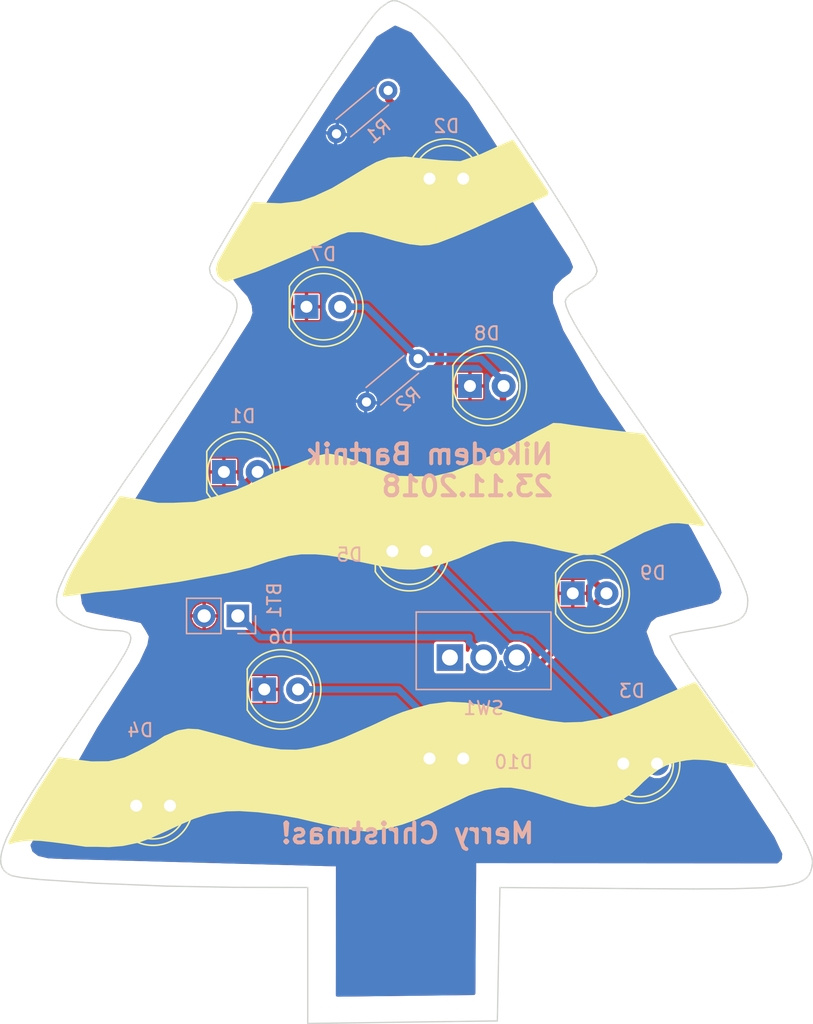
<source format=kicad_pcb>
(kicad_pcb (version 4) (host pcbnew 4.0.7)

  (general
    (links 23)
    (no_connects 0)
    (area 125.799689 55.628908 187.073709 132.7878)
    (thickness 1.6)
    (drawings 424)
    (tracks 66)
    (zones 0)
    (modules 14)
    (nets 6)
  )

  (page A4)
  (layers
    (0 F.Cu signal)
    (31 B.Cu signal)
    (32 B.Adhes user)
    (33 F.Adhes user)
    (34 B.Paste user)
    (35 F.Paste user)
    (36 B.SilkS user)
    (37 F.SilkS user)
    (38 B.Mask user)
    (39 F.Mask user)
    (40 Dwgs.User user)
    (41 Cmts.User user)
    (42 Eco1.User user)
    (43 Eco2.User user hide)
    (44 Edge.Cuts user)
    (45 Margin user)
    (46 B.CrtYd user)
    (47 F.CrtYd user)
    (48 B.Fab user)
    (49 F.Fab user)
  )

  (setup
    (last_trace_width 0.5)
    (trace_clearance 0.2)
    (zone_clearance 0.2)
    (zone_45_only no)
    (trace_min 0.5)
    (segment_width 0.2)
    (edge_width 0.2)
    (via_size 0.6)
    (via_drill 0.4)
    (via_min_size 0.4)
    (via_min_drill 0.3)
    (uvia_size 0.3)
    (uvia_drill 0.1)
    (uvias_allowed no)
    (uvia_min_size 0.2)
    (uvia_min_drill 0.1)
    (pcb_text_width 0.3)
    (pcb_text_size 1.5 1.5)
    (mod_edge_width 0.15)
    (mod_text_size 1 1)
    (mod_text_width 0.15)
    (pad_size 1.524 1.524)
    (pad_drill 0.762)
    (pad_to_mask_clearance 0.2)
    (aux_axis_origin 0 0)
    (visible_elements 7FFFFFFF)
    (pcbplotparams
      (layerselection 0x010f0_80000001)
      (usegerberextensions false)
      (excludeedgelayer true)
      (linewidth 0.100000)
      (plotframeref false)
      (viasonmask false)
      (mode 1)
      (useauxorigin false)
      (hpglpennumber 1)
      (hpglpenspeed 20)
      (hpglpendiameter 15)
      (hpglpenoverlay 2)
      (psnegative false)
      (psa4output false)
      (plotreference true)
      (plotvalue true)
      (plotinvisibletext false)
      (padsonsilk false)
      (subtractmaskfromsilk false)
      (outputformat 1)
      (mirror false)
      (drillshape 0)
      (scaleselection 1)
      (outputdirectory gerbel/))
  )

  (net 0 "")
  (net 1 "Net-(D1-Pad2)")
  (net 2 "Net-(D10-Pad2)")
  (net 3 "Net-(BT1-Pad1)")
  (net 4 GND)
  (net 5 VCC)

  (net_class Default "To jest domyślna klasa połączeń."
    (clearance 0.2)
    (trace_width 0.5)
    (via_dia 0.6)
    (via_drill 0.4)
    (uvia_dia 0.3)
    (uvia_drill 0.1)
    (add_net GND)
    (add_net "Net-(BT1-Pad1)")
    (add_net "Net-(D1-Pad2)")
    (add_net "Net-(D10-Pad2)")
    (add_net VCC)
  )

  (module LEDs:LED_D5.0mm (layer F.Cu) (tedit 5BF6C60C) (tstamp 5BF3103C)
    (at 142.6718 91.186)
    (descr "LED, diameter 5.0mm, 2 pins, http://cdn-reichelt.de/documents/datenblatt/A500/LL-504BC2E-009.pdf")
    (tags "LED diameter 5.0mm 2 pins")
    (path /5BF3111A)
    (fp_text reference D1 (at 1.4097 -4.2037) (layer B.SilkS)
      (effects (font (size 1 1) (thickness 0.15)) (justify mirror))
    )
    (fp_text value LED (at 1.27 3.96) (layer F.Fab)
      (effects (font (size 1 1) (thickness 0.15)))
    )
    (fp_arc (start 1.27 0) (end -1.23 -1.469694) (angle 299.1) (layer F.Fab) (width 0.1))
    (fp_arc (start 1.27 0) (end -1.29 -1.54483) (angle 148.9) (layer F.SilkS) (width 0.12))
    (fp_arc (start 1.27 0) (end -1.29 1.54483) (angle -148.9) (layer F.SilkS) (width 0.12))
    (fp_circle (center 1.27 0) (end 3.77 0) (layer F.Fab) (width 0.1))
    (fp_circle (center 1.27 0) (end 3.77 0) (layer F.SilkS) (width 0.12))
    (fp_line (start -1.23 -1.469694) (end -1.23 1.469694) (layer F.Fab) (width 0.1))
    (fp_line (start -1.29 -1.545) (end -1.29 1.545) (layer F.SilkS) (width 0.12))
    (fp_line (start -1.95 -3.25) (end -1.95 3.25) (layer F.CrtYd) (width 0.05))
    (fp_line (start -1.95 3.25) (end 4.5 3.25) (layer F.CrtYd) (width 0.05))
    (fp_line (start 4.5 3.25) (end 4.5 -3.25) (layer F.CrtYd) (width 0.05))
    (fp_line (start 4.5 -3.25) (end -1.95 -3.25) (layer F.CrtYd) (width 0.05))
    (fp_text user %R (at 1.25 0) (layer F.Fab)
      (effects (font (size 0.8 0.8) (thickness 0.2)))
    )
    (pad 1 thru_hole rect (at 0 0) (size 1.8 1.8) (drill 0.9) (layers *.Cu *.Mask)
      (net 4 GND))
    (pad 2 thru_hole circle (at 2.54 0) (size 1.8 1.8) (drill 0.9) (layers *.Cu *.Mask)
      (net 1 "Net-(D1-Pad2)"))
    (model ${KISYS3DMOD}/LEDs.3dshapes/LED_D5.0mm.wrl
      (at (xyz 0 0 0))
      (scale (xyz 0.393701 0.393701 0.393701))
      (rotate (xyz 0 0 0))
    )
  )

  (module LEDs:LED_D5.0mm (layer F.Cu) (tedit 5BF6C624) (tstamp 5BF31042)
    (at 158.1658 69.088)
    (descr "LED, diameter 5.0mm, 2 pins, http://cdn-reichelt.de/documents/datenblatt/A500/LL-504BC2E-009.pdf")
    (tags "LED diameter 5.0mm 2 pins")
    (path /5BF310E3)
    (fp_text reference D2 (at 1.27 -3.96) (layer B.SilkS)
      (effects (font (size 1 1) (thickness 0.15)) (justify mirror))
    )
    (fp_text value LED (at 1.27 3.96) (layer F.Fab)
      (effects (font (size 1 1) (thickness 0.15)))
    )
    (fp_arc (start 1.27 0) (end -1.23 -1.469694) (angle 299.1) (layer F.Fab) (width 0.1))
    (fp_arc (start 1.27 0) (end -1.29 -1.54483) (angle 148.9) (layer F.SilkS) (width 0.12))
    (fp_arc (start 1.27 0) (end -1.29 1.54483) (angle -148.9) (layer F.SilkS) (width 0.12))
    (fp_circle (center 1.27 0) (end 3.77 0) (layer F.Fab) (width 0.1))
    (fp_circle (center 1.27 0) (end 3.77 0) (layer F.SilkS) (width 0.12))
    (fp_line (start -1.23 -1.469694) (end -1.23 1.469694) (layer F.Fab) (width 0.1))
    (fp_line (start -1.29 -1.545) (end -1.29 1.545) (layer F.SilkS) (width 0.12))
    (fp_line (start -1.95 -3.25) (end -1.95 3.25) (layer F.CrtYd) (width 0.05))
    (fp_line (start -1.95 3.25) (end 4.5 3.25) (layer F.CrtYd) (width 0.05))
    (fp_line (start 4.5 3.25) (end 4.5 -3.25) (layer F.CrtYd) (width 0.05))
    (fp_line (start 4.5 -3.25) (end -1.95 -3.25) (layer F.CrtYd) (width 0.05))
    (fp_text user %R (at 1.25 0) (layer F.Fab)
      (effects (font (size 0.8 0.8) (thickness 0.2)))
    )
    (pad 1 thru_hole rect (at 0 0) (size 1.8 1.8) (drill 0.9) (layers *.Cu *.Mask)
      (net 4 GND))
    (pad 2 thru_hole circle (at 2.54 0) (size 1.8 1.8) (drill 0.9) (layers *.Cu *.Mask)
      (net 1 "Net-(D1-Pad2)"))
    (model ${KISYS3DMOD}/LEDs.3dshapes/LED_D5.0mm.wrl
      (at (xyz 0 0 0))
      (scale (xyz 0.393701 0.393701 0.393701))
      (rotate (xyz 0 0 0))
    )
  )

  (module LEDs:LED_D5.0mm (layer F.Cu) (tedit 5BF6C5FA) (tstamp 5BF31048)
    (at 172.7708 113.157)
    (descr "LED, diameter 5.0mm, 2 pins, http://cdn-reichelt.de/documents/datenblatt/A500/LL-504BC2E-009.pdf")
    (tags "LED diameter 5.0mm 2 pins")
    (path /5BF30F2A)
    (fp_text reference D3 (at 0.6477 -5.4737) (layer B.SilkS)
      (effects (font (size 1 1) (thickness 0.15)) (justify mirror))
    )
    (fp_text value LED (at 1.27 3.96) (layer F.Fab)
      (effects (font (size 1 1) (thickness 0.15)))
    )
    (fp_arc (start 1.27 0) (end -1.23 -1.469694) (angle 299.1) (layer F.Fab) (width 0.1))
    (fp_arc (start 1.27 0) (end -1.29 -1.54483) (angle 148.9) (layer F.SilkS) (width 0.12))
    (fp_arc (start 1.27 0) (end -1.29 1.54483) (angle -148.9) (layer F.SilkS) (width 0.12))
    (fp_circle (center 1.27 0) (end 3.77 0) (layer F.Fab) (width 0.1))
    (fp_circle (center 1.27 0) (end 3.77 0) (layer F.SilkS) (width 0.12))
    (fp_line (start -1.23 -1.469694) (end -1.23 1.469694) (layer F.Fab) (width 0.1))
    (fp_line (start -1.29 -1.545) (end -1.29 1.545) (layer F.SilkS) (width 0.12))
    (fp_line (start -1.95 -3.25) (end -1.95 3.25) (layer F.CrtYd) (width 0.05))
    (fp_line (start -1.95 3.25) (end 4.5 3.25) (layer F.CrtYd) (width 0.05))
    (fp_line (start 4.5 3.25) (end 4.5 -3.25) (layer F.CrtYd) (width 0.05))
    (fp_line (start 4.5 -3.25) (end -1.95 -3.25) (layer F.CrtYd) (width 0.05))
    (fp_text user %R (at 1.25 0) (layer F.Fab)
      (effects (font (size 0.8 0.8) (thickness 0.2)))
    )
    (pad 1 thru_hole rect (at 0 0) (size 1.8 1.8) (drill 0.9) (layers *.Cu *.Mask)
      (net 4 GND))
    (pad 2 thru_hole circle (at 2.54 0) (size 1.8 1.8) (drill 0.9) (layers *.Cu *.Mask)
      (net 1 "Net-(D1-Pad2)"))
    (model ${KISYS3DMOD}/LEDs.3dshapes/LED_D5.0mm.wrl
      (at (xyz 0 0 0))
      (scale (xyz 0.393701 0.393701 0.393701))
      (rotate (xyz 0 0 0))
    )
  )

  (module LEDs:LED_D5.0mm (layer F.Cu) (tedit 5BF6C5E6) (tstamp 5BF3104E)
    (at 136.0678 116.332)
    (descr "LED, diameter 5.0mm, 2 pins, http://cdn-reichelt.de/documents/datenblatt/A500/LL-504BC2E-009.pdf")
    (tags "LED diameter 5.0mm 2 pins")
    (path /5BF30F6A)
    (fp_text reference D4 (at 0.3048 -5.6896) (layer B.SilkS)
      (effects (font (size 1 1) (thickness 0.15)) (justify mirror))
    )
    (fp_text value LED (at 1.27 3.96) (layer F.Fab)
      (effects (font (size 1 1) (thickness 0.15)))
    )
    (fp_arc (start 1.27 0) (end -1.23 -1.469694) (angle 299.1) (layer F.Fab) (width 0.1))
    (fp_arc (start 1.27 0) (end -1.29 -1.54483) (angle 148.9) (layer F.SilkS) (width 0.12))
    (fp_arc (start 1.27 0) (end -1.29 1.54483) (angle -148.9) (layer F.SilkS) (width 0.12))
    (fp_circle (center 1.27 0) (end 3.77 0) (layer F.Fab) (width 0.1))
    (fp_circle (center 1.27 0) (end 3.77 0) (layer F.SilkS) (width 0.12))
    (fp_line (start -1.23 -1.469694) (end -1.23 1.469694) (layer F.Fab) (width 0.1))
    (fp_line (start -1.29 -1.545) (end -1.29 1.545) (layer F.SilkS) (width 0.12))
    (fp_line (start -1.95 -3.25) (end -1.95 3.25) (layer F.CrtYd) (width 0.05))
    (fp_line (start -1.95 3.25) (end 4.5 3.25) (layer F.CrtYd) (width 0.05))
    (fp_line (start 4.5 3.25) (end 4.5 -3.25) (layer F.CrtYd) (width 0.05))
    (fp_line (start 4.5 -3.25) (end -1.95 -3.25) (layer F.CrtYd) (width 0.05))
    (fp_text user %R (at 1.25 0) (layer F.Fab)
      (effects (font (size 0.8 0.8) (thickness 0.2)))
    )
    (pad 1 thru_hole rect (at 0 0) (size 1.8 1.8) (drill 0.9) (layers *.Cu *.Mask)
      (net 4 GND))
    (pad 2 thru_hole circle (at 2.54 0) (size 1.8 1.8) (drill 0.9) (layers *.Cu *.Mask)
      (net 1 "Net-(D1-Pad2)"))
    (model ${KISYS3DMOD}/LEDs.3dshapes/LED_D5.0mm.wrl
      (at (xyz 0 0 0))
      (scale (xyz 0.393701 0.393701 0.393701))
      (rotate (xyz 0 0 0))
    )
  )

  (module LEDs:LED_D5.0mm (layer F.Cu) (tedit 5BF82C73) (tstamp 5BF31054)
    (at 155.3718 97.155)
    (descr "LED, diameter 5.0mm, 2 pins, http://cdn-reichelt.de/documents/datenblatt/A500/LL-504BC2E-009.pdf")
    (tags "LED diameter 5.0mm 2 pins")
    (path /5BF30FC9)
    (fp_text reference D5 (at -3.2385 0.2667) (layer B.SilkS)
      (effects (font (size 1 1) (thickness 0.15)) (justify mirror))
    )
    (fp_text value LED (at 1.27 3.96) (layer F.Fab)
      (effects (font (size 1 1) (thickness 0.15)))
    )
    (fp_arc (start 1.27 0) (end -1.23 -1.469694) (angle 299.1) (layer F.Fab) (width 0.1))
    (fp_arc (start 1.27 0) (end -1.29 -1.54483) (angle 148.9) (layer F.SilkS) (width 0.12))
    (fp_arc (start 1.27 0) (end -1.29 1.54483) (angle -148.9) (layer F.SilkS) (width 0.12))
    (fp_circle (center 1.27 0) (end 3.77 0) (layer F.Fab) (width 0.1))
    (fp_circle (center 1.27 0) (end 3.77 0) (layer F.SilkS) (width 0.12))
    (fp_line (start -1.23 -1.469694) (end -1.23 1.469694) (layer F.Fab) (width 0.1))
    (fp_line (start -1.29 -1.545) (end -1.29 1.545) (layer F.SilkS) (width 0.12))
    (fp_line (start -1.95 -3.25) (end -1.95 3.25) (layer F.CrtYd) (width 0.05))
    (fp_line (start -1.95 3.25) (end 4.5 3.25) (layer F.CrtYd) (width 0.05))
    (fp_line (start 4.5 3.25) (end 4.5 -3.25) (layer F.CrtYd) (width 0.05))
    (fp_line (start 4.5 -3.25) (end -1.95 -3.25) (layer F.CrtYd) (width 0.05))
    (fp_text user %R (at 1.25 0) (layer F.Fab)
      (effects (font (size 0.8 0.8) (thickness 0.2)))
    )
    (pad 1 thru_hole rect (at 0 0) (size 1.8 1.8) (drill 0.9) (layers *.Cu *.Mask)
      (net 4 GND))
    (pad 2 thru_hole circle (at 2.54 0) (size 1.8 1.8) (drill 0.9) (layers *.Cu *.Mask)
      (net 1 "Net-(D1-Pad2)"))
    (model ${KISYS3DMOD}/LEDs.3dshapes/LED_D5.0mm.wrl
      (at (xyz 0 0 0))
      (scale (xyz 0.393701 0.393701 0.393701))
      (rotate (xyz 0 0 0))
    )
  )

  (module LEDs:LED_D5.0mm (layer F.Cu) (tedit 5BF6C634) (tstamp 5BF3105A)
    (at 145.7198 107.569)
    (descr "LED, diameter 5.0mm, 2 pins, http://cdn-reichelt.de/documents/datenblatt/A500/LL-504BC2E-009.pdf")
    (tags "LED diameter 5.0mm 2 pins")
    (path /5BF30FA6)
    (fp_text reference D6 (at 1.27 -3.96) (layer B.SilkS)
      (effects (font (size 1 1) (thickness 0.15)) (justify mirror))
    )
    (fp_text value LED (at 1.27 3.96) (layer F.Fab)
      (effects (font (size 1 1) (thickness 0.15)))
    )
    (fp_arc (start 1.27 0) (end -1.23 -1.469694) (angle 299.1) (layer F.Fab) (width 0.1))
    (fp_arc (start 1.27 0) (end -1.29 -1.54483) (angle 148.9) (layer F.SilkS) (width 0.12))
    (fp_arc (start 1.27 0) (end -1.29 1.54483) (angle -148.9) (layer F.SilkS) (width 0.12))
    (fp_circle (center 1.27 0) (end 3.77 0) (layer F.Fab) (width 0.1))
    (fp_circle (center 1.27 0) (end 3.77 0) (layer F.SilkS) (width 0.12))
    (fp_line (start -1.23 -1.469694) (end -1.23 1.469694) (layer F.Fab) (width 0.1))
    (fp_line (start -1.29 -1.545) (end -1.29 1.545) (layer F.SilkS) (width 0.12))
    (fp_line (start -1.95 -3.25) (end -1.95 3.25) (layer F.CrtYd) (width 0.05))
    (fp_line (start -1.95 3.25) (end 4.5 3.25) (layer F.CrtYd) (width 0.05))
    (fp_line (start 4.5 3.25) (end 4.5 -3.25) (layer F.CrtYd) (width 0.05))
    (fp_line (start 4.5 -3.25) (end -1.95 -3.25) (layer F.CrtYd) (width 0.05))
    (fp_text user %R (at 1.25 0) (layer F.Fab)
      (effects (font (size 0.8 0.8) (thickness 0.2)))
    )
    (pad 1 thru_hole rect (at 0 0) (size 1.8 1.8) (drill 0.9) (layers *.Cu *.Mask)
      (net 4 GND))
    (pad 2 thru_hole circle (at 2.54 0) (size 1.8 1.8) (drill 0.9) (layers *.Cu *.Mask)
      (net 2 "Net-(D10-Pad2)"))
    (model ${KISYS3DMOD}/LEDs.3dshapes/LED_D5.0mm.wrl
      (at (xyz 0 0 0))
      (scale (xyz 0.393701 0.393701 0.393701))
      (rotate (xyz 0 0 0))
    )
  )

  (module LEDs:LED_D5.0mm (layer F.Cu) (tedit 5BF6C61F) (tstamp 5BF31060)
    (at 148.8948 78.74)
    (descr "LED, diameter 5.0mm, 2 pins, http://cdn-reichelt.de/documents/datenblatt/A500/LL-504BC2E-009.pdf")
    (tags "LED diameter 5.0mm 2 pins")
    (path /5BF31005)
    (fp_text reference D7 (at 1.27 -3.96) (layer B.SilkS)
      (effects (font (size 1 1) (thickness 0.15)) (justify mirror))
    )
    (fp_text value LED (at 1.27 3.96) (layer F.Fab)
      (effects (font (size 1 1) (thickness 0.15)))
    )
    (fp_arc (start 1.27 0) (end -1.23 -1.469694) (angle 299.1) (layer F.Fab) (width 0.1))
    (fp_arc (start 1.27 0) (end -1.29 -1.54483) (angle 148.9) (layer F.SilkS) (width 0.12))
    (fp_arc (start 1.27 0) (end -1.29 1.54483) (angle -148.9) (layer F.SilkS) (width 0.12))
    (fp_circle (center 1.27 0) (end 3.77 0) (layer F.Fab) (width 0.1))
    (fp_circle (center 1.27 0) (end 3.77 0) (layer F.SilkS) (width 0.12))
    (fp_line (start -1.23 -1.469694) (end -1.23 1.469694) (layer F.Fab) (width 0.1))
    (fp_line (start -1.29 -1.545) (end -1.29 1.545) (layer F.SilkS) (width 0.12))
    (fp_line (start -1.95 -3.25) (end -1.95 3.25) (layer F.CrtYd) (width 0.05))
    (fp_line (start -1.95 3.25) (end 4.5 3.25) (layer F.CrtYd) (width 0.05))
    (fp_line (start 4.5 3.25) (end 4.5 -3.25) (layer F.CrtYd) (width 0.05))
    (fp_line (start 4.5 -3.25) (end -1.95 -3.25) (layer F.CrtYd) (width 0.05))
    (fp_text user %R (at 1.25 0) (layer F.Fab)
      (effects (font (size 0.8 0.8) (thickness 0.2)))
    )
    (pad 1 thru_hole rect (at 0 0) (size 1.8 1.8) (drill 0.9) (layers *.Cu *.Mask)
      (net 4 GND))
    (pad 2 thru_hole circle (at 2.54 0) (size 1.8 1.8) (drill 0.9) (layers *.Cu *.Mask)
      (net 2 "Net-(D10-Pad2)"))
    (model ${KISYS3DMOD}/LEDs.3dshapes/LED_D5.0mm.wrl
      (at (xyz 0 0 0))
      (scale (xyz 0.393701 0.393701 0.393701))
      (rotate (xyz 0 0 0))
    )
  )

  (module LEDs:LED_D5.0mm (layer F.Cu) (tedit 5BF6C61B) (tstamp 5BF31066)
    (at 161.2138 84.709)
    (descr "LED, diameter 5.0mm, 2 pins, http://cdn-reichelt.de/documents/datenblatt/A500/LL-504BC2E-009.pdf")
    (tags "LED diameter 5.0mm 2 pins")
    (path /5BF31046)
    (fp_text reference D8 (at 1.27 -3.96) (layer B.SilkS)
      (effects (font (size 1 1) (thickness 0.15)) (justify mirror))
    )
    (fp_text value LED (at 1.27 3.96) (layer F.Fab)
      (effects (font (size 1 1) (thickness 0.15)))
    )
    (fp_arc (start 1.27 0) (end -1.23 -1.469694) (angle 299.1) (layer F.Fab) (width 0.1))
    (fp_arc (start 1.27 0) (end -1.29 -1.54483) (angle 148.9) (layer F.SilkS) (width 0.12))
    (fp_arc (start 1.27 0) (end -1.29 1.54483) (angle -148.9) (layer F.SilkS) (width 0.12))
    (fp_circle (center 1.27 0) (end 3.77 0) (layer F.Fab) (width 0.1))
    (fp_circle (center 1.27 0) (end 3.77 0) (layer F.SilkS) (width 0.12))
    (fp_line (start -1.23 -1.469694) (end -1.23 1.469694) (layer F.Fab) (width 0.1))
    (fp_line (start -1.29 -1.545) (end -1.29 1.545) (layer F.SilkS) (width 0.12))
    (fp_line (start -1.95 -3.25) (end -1.95 3.25) (layer F.CrtYd) (width 0.05))
    (fp_line (start -1.95 3.25) (end 4.5 3.25) (layer F.CrtYd) (width 0.05))
    (fp_line (start 4.5 3.25) (end 4.5 -3.25) (layer F.CrtYd) (width 0.05))
    (fp_line (start 4.5 -3.25) (end -1.95 -3.25) (layer F.CrtYd) (width 0.05))
    (fp_text user %R (at 1.25 0) (layer F.Fab)
      (effects (font (size 0.8 0.8) (thickness 0.2)))
    )
    (pad 1 thru_hole rect (at 0 0) (size 1.8 1.8) (drill 0.9) (layers *.Cu *.Mask)
      (net 4 GND))
    (pad 2 thru_hole circle (at 2.54 0) (size 1.8 1.8) (drill 0.9) (layers *.Cu *.Mask)
      (net 2 "Net-(D10-Pad2)"))
    (model ${KISYS3DMOD}/LEDs.3dshapes/LED_D5.0mm.wrl
      (at (xyz 0 0 0))
      (scale (xyz 0.393701 0.393701 0.393701))
      (rotate (xyz 0 0 0))
    )
  )

  (module LEDs:LED_D5.0mm (layer F.Cu) (tedit 5BF6C616) (tstamp 5BF3106C)
    (at 168.9608 100.33)
    (descr "LED, diameter 5.0mm, 2 pins, http://cdn-reichelt.de/documents/datenblatt/A500/LL-504BC2E-009.pdf")
    (tags "LED diameter 5.0mm 2 pins")
    (path /5BF31084)
    (fp_text reference D9 (at 6.0325 -1.5367) (layer B.SilkS)
      (effects (font (size 1 1) (thickness 0.15)) (justify mirror))
    )
    (fp_text value LED (at 1.27 3.96) (layer F.Fab)
      (effects (font (size 1 1) (thickness 0.15)))
    )
    (fp_arc (start 1.27 0) (end -1.23 -1.469694) (angle 299.1) (layer F.Fab) (width 0.1))
    (fp_arc (start 1.27 0) (end -1.29 -1.54483) (angle 148.9) (layer F.SilkS) (width 0.12))
    (fp_arc (start 1.27 0) (end -1.29 1.54483) (angle -148.9) (layer F.SilkS) (width 0.12))
    (fp_circle (center 1.27 0) (end 3.77 0) (layer F.Fab) (width 0.1))
    (fp_circle (center 1.27 0) (end 3.77 0) (layer F.SilkS) (width 0.12))
    (fp_line (start -1.23 -1.469694) (end -1.23 1.469694) (layer F.Fab) (width 0.1))
    (fp_line (start -1.29 -1.545) (end -1.29 1.545) (layer F.SilkS) (width 0.12))
    (fp_line (start -1.95 -3.25) (end -1.95 3.25) (layer F.CrtYd) (width 0.05))
    (fp_line (start -1.95 3.25) (end 4.5 3.25) (layer F.CrtYd) (width 0.05))
    (fp_line (start 4.5 3.25) (end 4.5 -3.25) (layer F.CrtYd) (width 0.05))
    (fp_line (start 4.5 -3.25) (end -1.95 -3.25) (layer F.CrtYd) (width 0.05))
    (fp_text user %R (at 1.25 0) (layer F.Fab)
      (effects (font (size 0.8 0.8) (thickness 0.2)))
    )
    (pad 1 thru_hole rect (at 0 0) (size 1.8 1.8) (drill 0.9) (layers *.Cu *.Mask)
      (net 4 GND))
    (pad 2 thru_hole circle (at 2.54 0) (size 1.8 1.8) (drill 0.9) (layers *.Cu *.Mask)
      (net 2 "Net-(D10-Pad2)"))
    (model ${KISYS3DMOD}/LEDs.3dshapes/LED_D5.0mm.wrl
      (at (xyz 0 0 0))
      (scale (xyz 0.393701 0.393701 0.393701))
      (rotate (xyz 0 0 0))
    )
  )

  (module LEDs:LED_D5.0mm (layer F.Cu) (tedit 5BF82EEA) (tstamp 5BF31072)
    (at 158.1658 112.776)
    (descr "LED, diameter 5.0mm, 2 pins, http://cdn-reichelt.de/documents/datenblatt/A500/LL-504BC2E-009.pdf")
    (tags "LED diameter 5.0mm 2 pins")
    (path /5BF310B3)
    (fp_text reference D10 (at 6.35 0.2667) (layer B.SilkS)
      (effects (font (size 1 1) (thickness 0.15)) (justify mirror))
    )
    (fp_text value LED (at 1.27 3.96) (layer F.Fab)
      (effects (font (size 1 1) (thickness 0.15)))
    )
    (fp_arc (start 1.27 0) (end -1.23 -1.469694) (angle 299.1) (layer F.Fab) (width 0.1))
    (fp_arc (start 1.27 0) (end -1.29 -1.54483) (angle 148.9) (layer F.SilkS) (width 0.12))
    (fp_arc (start 1.27 0) (end -1.29 1.54483) (angle -148.9) (layer F.SilkS) (width 0.12))
    (fp_circle (center 1.27 0) (end 3.77 0) (layer F.Fab) (width 0.1))
    (fp_circle (center 1.27 0) (end 3.77 0) (layer F.SilkS) (width 0.12))
    (fp_line (start -1.23 -1.469694) (end -1.23 1.469694) (layer F.Fab) (width 0.1))
    (fp_line (start -1.29 -1.545) (end -1.29 1.545) (layer F.SilkS) (width 0.12))
    (fp_line (start -1.95 -3.25) (end -1.95 3.25) (layer F.CrtYd) (width 0.05))
    (fp_line (start -1.95 3.25) (end 4.5 3.25) (layer F.CrtYd) (width 0.05))
    (fp_line (start 4.5 3.25) (end 4.5 -3.25) (layer F.CrtYd) (width 0.05))
    (fp_line (start 4.5 -3.25) (end -1.95 -3.25) (layer F.CrtYd) (width 0.05))
    (fp_text user %R (at 1.25 0) (layer F.Fab)
      (effects (font (size 0.8 0.8) (thickness 0.2)))
    )
    (pad 1 thru_hole rect (at 0 0) (size 1.8 1.8) (drill 0.9) (layers *.Cu *.Mask)
      (net 4 GND))
    (pad 2 thru_hole circle (at 2.54 0) (size 1.8 1.8) (drill 0.9) (layers *.Cu *.Mask)
      (net 2 "Net-(D10-Pad2)"))
    (model ${KISYS3DMOD}/LEDs.3dshapes/LED_D5.0mm.wrl
      (at (xyz 0 0 0))
      (scale (xyz 0.393701 0.393701 0.393701))
      (rotate (xyz 0 0 0))
    )
  )

  (module Resistors_THT:R_Axial_DIN0204_L3.6mm_D1.6mm_P5.08mm_Horizontal (layer B.Cu) (tedit 5874F706) (tstamp 5BF6C369)
    (at 151.1554 65.7098 40)
    (descr "Resistor, Axial_DIN0204 series, Axial, Horizontal, pin pitch=5.08mm, 0.16666666666666666W = 1/6W, length*diameter=3.6*1.6mm^2, http://cdn-reichelt.de/documents/datenblatt/B400/1_4W%23YAG.pdf")
    (tags "Resistor Axial_DIN0204 series Axial Horizontal pin pitch 5.08mm 0.16666666666666666W = 1/6W length 3.6mm diameter 1.6mm")
    (path /5BF6BE56)
    (fp_text reference R1 (at 2.54 1.86 40) (layer B.SilkS)
      (effects (font (size 1 1) (thickness 0.15)) (justify mirror))
    )
    (fp_text value 10 (at 2.54 -1.86 40) (layer B.Fab)
      (effects (font (size 1 1) (thickness 0.15)) (justify mirror))
    )
    (fp_line (start 0.74 0.8) (end 0.74 -0.8) (layer B.Fab) (width 0.1))
    (fp_line (start 0.74 -0.8) (end 4.34 -0.8) (layer B.Fab) (width 0.1))
    (fp_line (start 4.34 -0.8) (end 4.34 0.8) (layer B.Fab) (width 0.1))
    (fp_line (start 4.34 0.8) (end 0.74 0.8) (layer B.Fab) (width 0.1))
    (fp_line (start 0 0) (end 0.74 0) (layer B.Fab) (width 0.1))
    (fp_line (start 5.08 0) (end 4.34 0) (layer B.Fab) (width 0.1))
    (fp_line (start 0.68 0.86) (end 4.4 0.86) (layer B.SilkS) (width 0.12))
    (fp_line (start 0.68 -0.86) (end 4.4 -0.86) (layer B.SilkS) (width 0.12))
    (fp_line (start -0.95 1.15) (end -0.95 -1.15) (layer B.CrtYd) (width 0.05))
    (fp_line (start -0.95 -1.15) (end 6.05 -1.15) (layer B.CrtYd) (width 0.05))
    (fp_line (start 6.05 -1.15) (end 6.05 1.15) (layer B.CrtYd) (width 0.05))
    (fp_line (start 6.05 1.15) (end -0.95 1.15) (layer B.CrtYd) (width 0.05))
    (pad 1 thru_hole circle (at 0 0 40) (size 1.4 1.4) (drill 0.7) (layers *.Cu *.Mask)
      (net 5 VCC))
    (pad 2 thru_hole oval (at 5.08 0 40) (size 1.4 1.4) (drill 0.7) (layers *.Cu *.Mask)
      (net 1 "Net-(D1-Pad2)"))
    (model ${KISYS3DMOD}/Resistors_THT.3dshapes/R_Axial_DIN0204_L3.6mm_D1.6mm_P5.08mm_Horizontal.wrl
      (at (xyz 0 0 0))
      (scale (xyz 0.393701 0.393701 0.393701))
      (rotate (xyz 0 0 0))
    )
  )

  (module Resistors_THT:R_Axial_DIN0204_L3.6mm_D1.6mm_P5.08mm_Horizontal (layer B.Cu) (tedit 5874F706) (tstamp 5BF6C36F)
    (at 153.416 85.9155 40)
    (descr "Resistor, Axial_DIN0204 series, Axial, Horizontal, pin pitch=5.08mm, 0.16666666666666666W = 1/6W, length*diameter=3.6*1.6mm^2, http://cdn-reichelt.de/documents/datenblatt/B400/1_4W%23YAG.pdf")
    (tags "Resistor Axial_DIN0204 series Axial Horizontal pin pitch 5.08mm 0.16666666666666666W = 1/6W length 3.6mm diameter 1.6mm")
    (path /5BF6C935)
    (fp_text reference R2 (at 2.54 1.86 40) (layer B.SilkS)
      (effects (font (size 1 1) (thickness 0.15)) (justify mirror))
    )
    (fp_text value 10 (at 2.54 -1.86 40) (layer B.Fab)
      (effects (font (size 1 1) (thickness 0.15)) (justify mirror))
    )
    (fp_line (start 0.74 0.8) (end 0.74 -0.8) (layer B.Fab) (width 0.1))
    (fp_line (start 0.74 -0.8) (end 4.34 -0.8) (layer B.Fab) (width 0.1))
    (fp_line (start 4.34 -0.8) (end 4.34 0.8) (layer B.Fab) (width 0.1))
    (fp_line (start 4.34 0.8) (end 0.74 0.8) (layer B.Fab) (width 0.1))
    (fp_line (start 0 0) (end 0.74 0) (layer B.Fab) (width 0.1))
    (fp_line (start 5.08 0) (end 4.34 0) (layer B.Fab) (width 0.1))
    (fp_line (start 0.68 0.86) (end 4.4 0.86) (layer B.SilkS) (width 0.12))
    (fp_line (start 0.68 -0.86) (end 4.4 -0.86) (layer B.SilkS) (width 0.12))
    (fp_line (start -0.95 1.15) (end -0.95 -1.15) (layer B.CrtYd) (width 0.05))
    (fp_line (start -0.95 -1.15) (end 6.05 -1.15) (layer B.CrtYd) (width 0.05))
    (fp_line (start 6.05 -1.15) (end 6.05 1.15) (layer B.CrtYd) (width 0.05))
    (fp_line (start 6.05 1.15) (end -0.95 1.15) (layer B.CrtYd) (width 0.05))
    (pad 1 thru_hole circle (at 0 0 40) (size 1.4 1.4) (drill 0.7) (layers *.Cu *.Mask)
      (net 5 VCC))
    (pad 2 thru_hole oval (at 5.08 0 40) (size 1.4 1.4) (drill 0.7) (layers *.Cu *.Mask)
      (net 2 "Net-(D10-Pad2)"))
    (model ${KISYS3DMOD}/Resistors_THT.3dshapes/R_Axial_DIN0204_L3.6mm_D1.6mm_P5.08mm_Horizontal.wrl
      (at (xyz 0 0 0))
      (scale (xyz 0.393701 0.393701 0.393701))
      (rotate (xyz 0 0 0))
    )
  )

  (module Connectors:Wafer_Vertical10x5.8x7RM2.5-3 (layer B.Cu) (tedit 556C2A89) (tstamp 5BF6C376)
    (at 159.7025 105.1687)
    (descr "Gold-Tek vertical wafer connector with 2.5mm pitch")
    (tags "wafer connector vertical")
    (path /5BF4622D)
    (fp_text reference SW1 (at 2.54 3.81) (layer B.SilkS)
      (effects (font (size 1 1) (thickness 0.15)) (justify mirror))
    )
    (fp_text value SW_DPDT_x2 (at 2.54 -5.08) (layer B.Fab)
      (effects (font (size 1 1) (thickness 0.15)) (justify mirror))
    )
    (fp_line (start -2.75 2.75) (end 7.85 2.75) (layer B.CrtYd) (width 0.05))
    (fp_line (start 7.85 2.75) (end 7.85 -3.8) (layer B.CrtYd) (width 0.05))
    (fp_line (start 7.85 -3.8) (end -2.75 -3.8) (layer B.CrtYd) (width 0.05))
    (fp_line (start -2.75 -3.8) (end -2.75 2.75) (layer B.CrtYd) (width 0.05))
    (fp_line (start 7.62 -3.43) (end -2.54 -3.43) (layer B.SilkS) (width 0.12))
    (fp_line (start -2.54 2.41) (end 7.62 2.41) (layer B.SilkS) (width 0.12))
    (fp_line (start 7.62 2.41) (end 7.62 -3.43) (layer B.SilkS) (width 0.12))
    (fp_line (start -2.54 2.41) (end -2.54 -3.43) (layer B.SilkS) (width 0.12))
    (pad 1 thru_hole rect (at 0 0) (size 2 2) (drill 1.2) (layers *.Cu *.Mask))
    (pad 2 thru_hole circle (at 2.54 0) (size 2 2) (drill 1.2) (layers *.Cu *.Mask)
      (net 3 "Net-(BT1-Pad1)"))
    (pad 3 thru_hole circle (at 5.04 0) (size 2 2) (drill 1.2) (layers *.Cu *.Mask)
      (net 5 VCC))
    (model ${KISYS3DMOD}/Connectors.3dshapes/Wafer_Vertical10x5.8x7RM2.5-3.wrl
      (at (xyz 0 0 0))
      (scale (xyz 4 4 4))
      (rotate (xyz 0 0 0))
    )
  )

  (module Pin_Headers:Pin_Header_Straight_1x02_Pitch2.54mm (layer B.Cu) (tedit 5BF6C5C5) (tstamp 5BF6C5A0)
    (at 143.7259 102.0318 90)
    (descr "Through hole straight pin header, 1x02, 2.54mm pitch, single row")
    (tags "Through hole pin header THT 1x02 2.54mm single row")
    (path /5BF3117A)
    (fp_text reference BT1 (at 1.1684 2.7432 90) (layer B.SilkS)
      (effects (font (size 1 1) (thickness 0.15)) (justify mirror))
    )
    (fp_text value Battery (at 0 -4.87 90) (layer B.Fab)
      (effects (font (size 1 1) (thickness 0.15)) (justify mirror))
    )
    (fp_line (start -0.635 1.27) (end 1.27 1.27) (layer B.Fab) (width 0.1))
    (fp_line (start 1.27 1.27) (end 1.27 -3.81) (layer B.Fab) (width 0.1))
    (fp_line (start 1.27 -3.81) (end -1.27 -3.81) (layer B.Fab) (width 0.1))
    (fp_line (start -1.27 -3.81) (end -1.27 0.635) (layer B.Fab) (width 0.1))
    (fp_line (start -1.27 0.635) (end -0.635 1.27) (layer B.Fab) (width 0.1))
    (fp_line (start -1.33 -3.87) (end 1.33 -3.87) (layer B.SilkS) (width 0.12))
    (fp_line (start -1.33 -1.27) (end -1.33 -3.87) (layer B.SilkS) (width 0.12))
    (fp_line (start 1.33 -1.27) (end 1.33 -3.87) (layer B.SilkS) (width 0.12))
    (fp_line (start -1.33 -1.27) (end 1.33 -1.27) (layer B.SilkS) (width 0.12))
    (fp_line (start -1.33 0) (end -1.33 1.33) (layer B.SilkS) (width 0.12))
    (fp_line (start -1.33 1.33) (end 0 1.33) (layer B.SilkS) (width 0.12))
    (fp_line (start -1.8 1.8) (end -1.8 -4.35) (layer B.CrtYd) (width 0.05))
    (fp_line (start -1.8 -4.35) (end 1.8 -4.35) (layer B.CrtYd) (width 0.05))
    (fp_line (start 1.8 -4.35) (end 1.8 1.8) (layer B.CrtYd) (width 0.05))
    (fp_line (start 1.8 1.8) (end -1.8 1.8) (layer B.CrtYd) (width 0.05))
    (fp_text user %R (at 0 -1.27 360) (layer B.Fab)
      (effects (font (size 1 1) (thickness 0.15)) (justify mirror))
    )
    (pad 1 thru_hole rect (at 0 0 90) (size 1.7 1.7) (drill 1) (layers *.Cu *.Mask)
      (net 3 "Net-(BT1-Pad1)"))
    (pad 2 thru_hole oval (at 0 -2.54 90) (size 1.7 1.7) (drill 1) (layers *.Cu *.Mask)
      (net 4 GND))
    (model ${KISYS3DMOD}/Pin_Headers.3dshapes/Pin_Header_Straight_1x02_Pitch2.54mm.wrl
      (at (xyz 0 0 0))
      (scale (xyz 1 1 1))
      (rotate (xyz 0 0 0))
    )
  )

  (gr_text "Nikodem Bartnik\n23.11.2018" (at 167.64 91.059) (layer B.SilkS)
    (effects (font (size 1.5 1.5) (thickness 0.3)) (justify left mirror))
  )
  (gr_text "Merry Christmas!" (at 156.5148 118.4148) (layer B.SilkS)
    (effects (font (size 1.5 1.5) (thickness 0.3)) (justify mirror))
  )
  (gr_line (start 178.278612 106.785115) (end 178.278626 106.785129) (layer Eco2.User) (width 0.1))
  (gr_line (start 179.069055 107.917865) (end 178.278612 106.785115) (layer Eco2.User) (width 0.1))
  (gr_line (start 183.054893 113.59538) (end 179.069055 107.917865) (layer Eco2.User) (width 0.1))
  (gr_line (start 183.036718 113.603113) (end 183.054893 113.59538) (layer Eco2.User) (width 0.1))
  (gr_line (start 182.346194 113.565169) (end 183.036718 113.603113) (layer Eco2.User) (width 0.1))
  (gr_line (start 181.613745 113.469095) (end 182.346194 113.565169) (layer Eco2.User) (width 0.1))
  (gr_line (start 180.059317 113.209123) (end 181.613745 113.469095) (layer Eco2.User) (width 0.1))
  (gr_line (start 179.255458 113.098504) (end 180.059317 113.209123) (layer Eco2.User) (width 0.1))
  (gr_line (start 178.445915 113.036316) (end 179.255458 113.098504) (layer Eco2.User) (width 0.1))
  (gr_line (start 177.639748 113.0492) (end 178.445915 113.036316) (layer Eco2.User) (width 0.1))
  (gr_line (start 176.846018 113.163795) (end 177.639748 113.0492) (layer Eco2.User) (width 0.1))
  (gr_line (start 176.417265 113.281981) (end 176.846018 113.163795) (layer Eco2.User) (width 0.1))
  (gr_line (start 176.027017 113.433505) (end 176.417265 113.281981) (layer Eco2.User) (width 0.1))
  (gr_line (start 175.341517 113.817587) (end 176.027017 113.433505) (layer Eco2.User) (width 0.1))
  (gr_line (start 174.748472 114.278095) (end 175.341517 113.817587) (layer Eco2.User) (width 0.1))
  (gr_line (start 174.206837 114.777082) (end 174.748472 114.278095) (layer Eco2.User) (width 0.1))
  (gr_line (start 173.675567 115.276601) (end 174.206837 114.777082) (layer Eco2.User) (width 0.1))
  (gr_line (start 173.113617 115.738704) (end 173.675567 115.276601) (layer Eco2.User) (width 0.1))
  (gr_line (start 172.479942 116.125445) (end 173.113617 115.738704) (layer Eco2.User) (width 0.1))
  (gr_line (start 172.12338 116.278696) (end 172.479942 116.125445) (layer Eco2.User) (width 0.1))
  (gr_line (start 171.733495 116.398877) (end 172.12338 116.278696) (layer Eco2.User) (width 0.1))
  (gr_line (start 171.12391 116.509949) (end 171.733495 116.398877) (layer Eco2.User) (width 0.1))
  (gr_line (start 170.520039 116.544407) (end 171.12391 116.509949) (layer Eco2.User) (width 0.1))
  (gr_line (start 169.921099 116.51364) (end 170.520039 116.544407) (layer Eco2.User) (width 0.1))
  (gr_line (start 169.326309 116.429038) (end 169.921099 116.51364) (layer Eco2.User) (width 0.1))
  (gr_line (start 168.146049 116.143884) (end 169.326309 116.429038) (layer Eco2.User) (width 0.1))
  (gr_line (start 166.973 115.780062) (end 168.146049 116.143884) (layer Eco2.User) (width 0.1))
  (gr_line (start 165.800907 115.428685) (end 166.973 115.780062) (layer Eco2.User) (width 0.1))
  (gr_line (start 164.623512 115.180871) (end 165.800907 115.428685) (layer Eco2.User) (width 0.1))
  (gr_line (start 164.030871 115.124272) (end 164.623512 115.180871) (layer Eco2.User) (width 0.1))
  (gr_line (start 163.434558 115.127733) (end 164.030871 115.124272) (layer Eco2.User) (width 0.1))
  (gr_line (start 162.833791 115.202641) (end 163.434558 115.127733) (layer Eco2.User) (width 0.1))
  (gr_line (start 162.227788 115.360387) (end 162.833791 115.202641) (layer Eco2.User) (width 0.1))
  (gr_line (start 161.185641 115.763376) (end 162.227788 115.360387) (layer Eco2.User) (width 0.1))
  (gr_line (start 160.065028 116.270889) (end 161.185641 115.763376) (layer Eco2.User) (width 0.1))
  (gr_line (start 157.664704 117.376984) (end 160.065028 116.270889) (layer Eco2.User) (width 0.1))
  (gr_line (start 156.423143 117.864315) (end 157.664704 117.376984) (layer Eco2.User) (width 0.1))
  (gr_line (start 155.179417 118.233666) (end 156.423143 117.864315) (layer Eco2.User) (width 0.1))
  (gr_line (start 154.562702 118.356717) (end 155.179417 118.233666) (layer Eco2.User) (width 0.1))
  (gr_line (start 153.952599 118.429413) (end 154.562702 118.356717) (layer Eco2.User) (width 0.1))
  (gr_line (start 153.351493 118.444802) (end 153.952599 118.429413) (layer Eco2.User) (width 0.1))
  (gr_line (start 152.761767 118.395929) (end 153.351493 118.444802) (layer Eco2.User) (width 0.1))
  (gr_line (start 151.476554 118.170162) (end 152.761767 118.395929) (layer Eco2.User) (width 0.1))
  (gr_line (start 150.050648 117.868593) (end 151.476554 118.170162) (layer Eco2.User) (width 0.1))
  (gr_line (start 148.529734 117.540695) (end 150.050648 117.868593) (layer Eco2.User) (width 0.1))
  (gr_line (start 146.959503 117.235942) (end 148.529734 117.540695) (layer Eco2.User) (width 0.1))
  (gr_line (start 145.385641 117.003805) (end 146.959503 117.235942) (layer Eco2.User) (width 0.1))
  (gr_line (start 143.853837 116.893759) (end 145.385641 117.003805) (layer Eco2.User) (width 0.1))
  (gr_line (start 143.117984 116.899979) (end 143.853837 116.893759) (layer Eco2.User) (width 0.1))
  (gr_line (start 142.409778 116.955274) (end 143.117984 116.899979) (layer Eco2.User) (width 0.1))
  (gr_line (start 141.734931 117.065828) (end 142.409778 116.955274) (layer Eco2.User) (width 0.1))
  (gr_line (start 141.099153 117.237825) (end 141.734931 117.065828) (layer Eco2.User) (width 0.1))
  (gr_line (start 140.335306 117.525062) (end 141.099153 117.237825) (layer Eco2.User) (width 0.1))
  (gr_line (start 139.56497 117.863323) (end 140.335306 117.525062) (layer Eco2.User) (width 0.1))
  (gr_line (start 138.003556 118.595049) (end 139.56497 117.863323) (layer Eco2.User) (width 0.1))
  (gr_line (start 137.211841 118.939582) (end 138.003556 118.595049) (layer Eco2.User) (width 0.1))
  (gr_line (start 136.412362 119.237274) (end 137.211841 118.939582) (layer Eco2.User) (width 0.1))
  (gr_line (start 135.604801 119.463659) (end 136.412362 119.237274) (layer Eco2.User) (width 0.1))
  (gr_line (start 134.788839 119.59427) (end 135.604801 119.463659) (layer Eco2.User) (width 0.1))
  (gr_line (start 133.409414 119.646248) (end 134.788839 119.59427) (layer Eco2.User) (width 0.1))
  (gr_line (start 132.179005 119.57233) (end 133.409414 119.646248) (layer Eco2.User) (width 0.1))
  (gr_line (start 131.063385 119.427379) (end 132.179005 119.57233) (layer Eco2.User) (width 0.1))
  (gr_line (start 130.028323 119.266258) (end 131.063385 119.427379) (layer Eco2.User) (width 0.1))
  (gr_line (start 129.039592 119.14383) (end 130.028323 119.266258) (layer Eco2.User) (width 0.1))
  (gr_line (start 128.06296 119.114959) (end 129.039592 119.14383) (layer Eco2.User) (width 0.1))
  (gr_line (start 127.568485 119.152752) (end 128.06296 119.114959) (layer Eco2.User) (width 0.1))
  (gr_line (start 127.0642 119.234508) (end 127.568485 119.152752) (layer Eco2.User) (width 0.1))
  (gr_line (start 126.545824 119.367084) (end 127.0642 119.234508) (layer Eco2.User) (width 0.1))
  (gr_line (start 126.009081 119.557339) (end 126.545824 119.367084) (layer Eco2.User) (width 0.1))
  (gr_line (start 126.209334 118.998261) (end 126.009081 119.557339) (layer Eco2.User) (width 0.1))
  (gr_line (start 126.496105 118.353736) (end 126.209334 118.998261) (layer Eco2.User) (width 0.1))
  (gr_line (start 127.339235 116.784467) (end 126.496105 118.353736) (layer Eco2.User) (width 0.1))
  (gr_line (start 128.558533 114.801778) (end 127.339235 116.784467) (layer Eco2.User) (width 0.1))
  (gr_line (start 130.174063 112.357917) (end 128.558533 114.801778) (layer Eco2.User) (width 0.1))
  (gr_line (start 131.288056 112.460941) (end 130.174063 112.357917) (layer Eco2.User) (width 0.1))
  (gr_line (start 132.436132 112.597507) (end 131.288056 112.460941) (layer Eco2.User) (width 0.1))
  (gr_line (start 133.022481 112.640355) (end 132.436132 112.597507) (layer Eco2.User) (width 0.1))
  (gr_line (start 133.616788 112.645973) (end 133.022481 112.640355) (layer Eco2.User) (width 0.1))
  (gr_line (start 134.218866 112.599156) (end 133.616788 112.645973) (layer Eco2.User) (width 0.1))
  (gr_line (start 134.828526 112.484697) (end 134.218866 112.599156) (layer Eco2.User) (width 0.1))
  (gr_line (start 135.573414 112.219594) (end 134.828526 112.484697) (layer Eco2.User) (width 0.1))
  (gr_line (start 136.304987 111.838269) (end 135.573414 112.219594) (layer Eco2.User) (width 0.1))
  (gr_line (start 137.759979 110.948276) (end 136.304987 111.838269) (layer Eco2.User) (width 0.1))
  (gr_line (start 138.499296 110.55027) (end 137.759979 110.948276) (layer Eco2.User) (width 0.1))
  (gr_line (start 139.257094 110.257365) (end 138.499296 110.55027) (layer Eco2.User) (width 0.1))
  (gr_line (start 139.645407 110.167615) (end 139.257094 110.257365) (layer Eco2.User) (width 0.1))
  (gr_line (start 140.04132 110.12489) (end 139.645407 110.167615) (layer Eco2.User) (width 0.1))
  (gr_line (start 140.445828 110.136105) (end 140.04132 110.12489) (layer Eco2.User) (width 0.1))
  (gr_line (start 140.859925 110.208177) (end 140.445828 110.136105) (layer Eco2.User) (width 0.1))
  (gr_line (start 142.807137 110.763283) (end 140.859925 110.208177) (layer Eco2.User) (width 0.1))
  (gr_line (start 144.868802 111.345947) (end 142.807137 110.763283) (layer Eco2.User) (width 0.1))
  (gr_line (start 145.916925 111.576679) (end 144.868802 111.345947) (layer Eco2.User) (width 0.1))
  (gr_line (start 146.962906 111.729179) (end 145.916925 111.576679) (layer Eco2.User) (width 0.1))
  (gr_line (start 147.996495 111.775072) (end 146.962906 111.729179) (layer Eco2.User) (width 0.1))
  (gr_line (start 149.007441 111.685986) (end 147.996495 111.775072) (layer Eco2.User) (width 0.1))
  (gr_line (start 149.686229 111.548925) (end 149.007441 111.685986) (layer Eco2.User) (width 0.1))
  (gr_line (start 150.347705 111.37144) (end 149.686229 111.548925) (layer Eco2.User) (width 0.1))
  (gr_line (start 151.629591 110.920694) (end 150.347705 111.37144) (layer Eco2.User) (width 0.1))
  (gr_line (start 152.874838 110.38473) (end 151.629591 110.920694) (layer Eco2.User) (width 0.1))
  (gr_line (start 154.105187 109.814534) (end 152.874838 110.38473) (layer Eco2.User) (width 0.1))
  (gr_line (start 155.342378 109.261091) (end 154.105187 109.814534) (layer Eco2.User) (width 0.1))
  (gr_line (start 156.608152 108.775386) (end 155.342378 109.261091) (layer Eco2.User) (width 0.1))
  (gr_line (start 157.924249 108.408402) (end 156.608152 108.775386) (layer Eco2.User) (width 0.1))
  (gr_line (start 158.607963 108.285363) (end 157.924249 108.408402) (layer Eco2.User) (width 0.1))
  (gr_line (start 159.31241 108.211125) (end 158.607963 108.285363) (layer Eco2.User) (width 0.1))
  (gr_line (start 160.019482 108.193681) (end 159.31241 108.211125) (layer Eco2.User) (width 0.1))
  (gr_line (start 160.724798 108.230063) (end 160.019482 108.193681) (layer Eco2.User) (width 0.1))
  (gr_line (start 162.131307 108.430146) (end 160.724798 108.230063) (layer Eco2.User) (width 0.1))
  (gr_line (start 163.534232 108.743058) (end 162.131307 108.430146) (layer Eco2.User) (width 0.1))
  (gr_line (start 164.935867 109.100484) (end 163.534232 108.743058) (layer Eco2.User) (width 0.1))
  (gr_line (start 166.338506 109.434107) (end 164.935867 109.100484) (layer Eco2.User) (width 0.1))
  (gr_line (start 167.744444 109.675612) (end 166.338506 109.434107) (layer Eco2.User) (width 0.1))
  (gr_line (start 168.449366 109.740472) (end 167.744444 109.675612) (layer Eco2.User) (width 0.1))
  (gr_line (start 169.155974 109.756684) (end 168.449366 109.740472) (layer Eco2.User) (width 0.1))
  (gr_line (start 169.864553 109.715708) (end 169.155974 109.756684) (layer Eco2.User) (width 0.1))
  (gr_line (start 170.575391 109.609005) (end 169.864553 109.715708) (layer Eco2.User) (width 0.1))
  (gr_line (start 171.522979 109.375735) (end 170.575391 109.609005) (layer Eco2.User) (width 0.1))
  (gr_line (start 172.489199 109.064776) (end 171.522979 109.375735) (layer Eco2.User) (width 0.1))
  (gr_line (start 174.449022 108.296761) (end 172.489199 109.064776) (layer Eco2.User) (width 0.1))
  (gr_line (start 176.397838 107.4789) (end 174.449022 108.296761) (layer Eco2.User) (width 0.1))
  (gr_line (start 177.3503 107.105632) (end 176.397838 107.4789) (layer Eco2.User) (width 0.1))
  (gr_line (start 178.278626 106.785129) (end 177.3503 107.105632) (layer Eco2.User) (width 0.1))
  (gr_line (start 168.021976 87.064327) (end 168.021976 87.064327) (layer Eco2.User) (width 0.1))
  (gr_line (start 168.60227 87.110121) (end 168.021976 87.064327) (layer Eco2.User) (width 0.1))
  (gr_line (start 169.281668 87.213719) (end 168.60227 87.110121) (layer Eco2.User) (width 0.1))
  (gr_line (start 170.866346 87.523734) (end 169.281668 87.213719) (layer Eco2.User) (width 0.1))
  (gr_line (start 172.633152 87.853194) (end 170.866346 87.523734) (layer Eco2.User) (width 0.1))
  (gr_line (start 173.540208 87.981099) (end 172.633152 87.853194) (layer Eco2.User) (width 0.1))
  (gr_line (start 174.439224 88.060924) (end 173.540208 87.981099) (layer Eco2.User) (width 0.1))
  (gr_line (start 177.266087 92.169249) (end 174.439224 88.060924) (layer Eco2.User) (width 0.1))
  (gr_line (start 179.44371 95.491307) (end 177.266087 92.169249) (layer Eco2.User) (width 0.1))
  (gr_line (start 177.921762 95.316097) (end 179.44371 95.491307) (layer Eco2.User) (width 0.1))
  (gr_line (start 176.569672 95.242709) (end 177.921762 95.316097) (layer Eco2.User) (width 0.1))
  (gr_line (start 176.045875 95.310085) (end 176.569672 95.242709) (layer Eco2.User) (width 0.1))
  (gr_line (start 175.42455 95.492256) (end 176.045875 95.310085) (layer Eco2.User) (width 0.1))
  (gr_line (start 174.740848 95.759289) (end 175.42455 95.492256) (layer Eco2.User) (width 0.1))
  (gr_line (start 174.029921 96.081249) (end 174.740848 95.759289) (layer Eco2.User) (width 0.1))
  (gr_line (start 172.667 96.770216) (end 174.029921 96.081249) (layer Eco2.User) (width 0.1))
  (gr_line (start 171.617002 97.319687) (end 172.667 96.770216) (layer Eco2.User) (width 0.1))
  (gr_line (start 171.124555 97.516024) (end 171.617002 97.319687) (layer Eco2.User) (width 0.1))
  (gr_line (start 170.614978 97.629382) (end 171.124555 97.516024) (layer Eco2.User) (width 0.1))
  (gr_line (start 170.090607 97.670932) (end 170.614978 97.629382) (layer Eco2.User) (width 0.1))
  (gr_line (start 169.553776 97.651847) (end 170.090607 97.670932) (layer Eco2.User) (width 0.1))
  (gr_line (start 168.452075 97.476465) (end 169.553776 97.651847) (layer Eco2.User) (width 0.1))
  (gr_line (start 167.328558 97.192617) (end 168.452075 97.476465) (layer Eco2.User) (width 0.1))
  (gr_line (start 166.201904 96.889685) (end 167.328558 97.192617) (layer Eco2.User) (width 0.1))
  (gr_line (start 165.090794 96.657051) (end 166.201904 96.889685) (layer Eco2.User) (width 0.1))
  (gr_line (start 164.546907 96.595027) (end 165.090794 96.657051) (layer Eco2.User) (width 0.1))
  (gr_line (start 164.01391 96.584097) (end 164.546907 96.595027) (layer Eco2.User) (width 0.1))
  (gr_line (start 163.49414 96.635431) (end 164.01391 96.584097) (layer Eco2.User) (width 0.1))
  (gr_line (start 162.989932 96.760204) (end 163.49414 96.635431) (layer Eco2.User) (width 0.1))
  (gr_line (start 161.861867 97.195833) (end 162.989932 96.760204) (layer Eco2.User) (width 0.1))
  (gr_line (start 160.87595 97.641562) (end 161.861867 97.195833) (layer Eco2.User) (width 0.1))
  (gr_line (start 159.788782 98.085931) (end 160.87595 97.641562) (layer Eco2.User) (width 0.1))
  (gr_line (start 158.356969 98.517477) (end 159.788782 98.085931) (layer Eco2.User) (width 0.1))
  (gr_line (start 157.570362 98.671416) (end 158.356969 98.517477) (layer Eco2.User) (width 0.1))
  (gr_line (start 156.801788 98.743192) (end 157.570362 98.671416) (layer Eco2.User) (width 0.1))
  (gr_line (start 156.049033 98.745015) (end 156.801788 98.743192) (layer Eco2.User) (width 0.1))
  (gr_line (start 155.309878 98.689095) (end 156.049033 98.745015) (layer Eco2.User) (width 0.1))
  (gr_line (start 153.863511 98.452866) (end 155.309878 98.689095) (layer Eco2.User) (width 0.1))
  (gr_line (start 152.444959 98.132185) (end 153.863511 98.452866) (layer Eco2.User) (width 0.1))
  (gr_line (start 151.036495 97.824733) (end 152.444959 98.132185) (layer Eco2.User) (width 0.1))
  (gr_line (start 150.330506 97.706492) (end 151.036495 97.824733) (layer Eco2.User) (width 0.1))
  (gr_line (start 149.62039 97.628189) (end 150.330506 97.706492) (layer Eco2.User) (width 0.1))
  (gr_line (start 148.903933 97.602033) (end 149.62039 97.628189) (layer Eco2.User) (width 0.1))
  (gr_line (start 148.178918 97.640234) (end 148.903933 97.602033) (layer Eco2.User) (width 0.1))
  (gr_line (start 147.443129 97.755002) (end 148.178918 97.640234) (layer Eco2.User) (width 0.1))
  (gr_line (start 146.69435 97.958547) (end 147.443129 97.755002) (layer Eco2.User) (width 0.1))
  (gr_line (start 144.624341 98.57807) (end 146.69435 97.958547) (layer Eco2.User) (width 0.1))
  (gr_line (start 142.544379 99.076744) (end 144.624341 98.57807) (layer Eco2.User) (width 0.1))
  (gr_line (start 140.459045 99.478237) (end 142.544379 99.076744) (layer Eco2.User) (width 0.1))
  (gr_line (start 138.37292 99.806214) (end 140.459045 99.478237) (layer Eco2.User) (width 0.1))
  (gr_line (start 134.216624 100.336284) (end 138.37292 99.806214) (layer Eco2.User) (width 0.1))
  (gr_line (start 130.112141 100.856284) (end 134.216624 100.336284) (layer Eco2.User) (width 0.1))
  (gr_line (start 130.202275 100.394374) (end 130.112141 100.856284) (layer Eco2.User) (width 0.1))
  (gr_line (start 130.403709 99.821359) (end 130.202275 100.394374) (layer Eco2.User) (width 0.1))
  (gr_line (start 130.731397 99.112676) (end 130.403709 99.821359) (layer Eco2.User) (width 0.1))
  (gr_line (start 131.200292 98.243765) (end 130.731397 99.112676) (layer Eco2.User) (width 0.1))
  (gr_line (start 132.621513 95.927008) (end 131.200292 98.243765) (layer Eco2.User) (width 0.1))
  (gr_line (start 134.786997 92.674597) (end 132.621513 95.927008) (layer Eco2.User) (width 0.1))
  (gr_line (start 136.373747 92.927194) (end 134.786997 92.674597) (layer Eco2.User) (width 0.1))
  (gr_line (start 137.972513 93.119886) (end 136.373747 92.927194) (layer Eco2.User) (width 0.1))
  (gr_line (start 138.768334 93.168792) (end 137.972513 93.119886) (layer Eco2.User) (width 0.1))
  (gr_line (start 139.557477 93.172753) (end 138.768334 93.168792) (layer Eco2.User) (width 0.1))
  (gr_line (start 140.336715 93.121778) (end 139.557477 93.172753) (layer Eco2.User) (width 0.1))
  (gr_line (start 141.102822 93.005878) (end 140.336715 93.121778) (layer Eco2.User) (width 0.1))
  (gr_line (start 142.19368 92.732939) (end 141.102822 93.005878) (layer Eco2.User) (width 0.1))
  (gr_line (start 143.285054 92.367111) (end 142.19368 92.732939) (layer Eco2.User) (width 0.1))
  (gr_line (start 144.374903 91.933924) (end 143.285054 92.367111) (layer Eco2.User) (width 0.1))
  (gr_line (start 145.461188 91.45891) (end 144.374903 91.933924) (layer Eco2.User) (width 0.1))
  (gr_line (start 147.614908 90.485518) (end 145.461188 91.45891) (layer Eco2.User) (width 0.1))
  (gr_line (start 148.678262 90.038203) (end 147.614908 90.485518) (layer Eco2.User) (width 0.1))
  (gr_line (start 149.729893 89.651181) (end 148.678262 90.038203) (layer Eco2.User) (width 0.1))
  (gr_line (start 150.098865 89.559163) (end 149.729893 89.651181) (layer Eco2.User) (width 0.1))
  (gr_line (start 150.485487 89.51872) (end 150.098865 89.559163) (layer Eco2.User) (width 0.1))
  (gr_line (start 151.301175 89.569131) (end 150.485487 89.51872) (layer Eco2.User) (width 0.1))
  (gr_line (start 152.155933 89.755574) (end 151.301175 89.569131) (layer Eco2.User) (width 0.1))
  (gr_line (start 153.028739 90.031204) (end 152.155933 89.755574) (layer Eco2.User) (width 0.1))
  (gr_line (start 154.744403 90.662658) (end 153.028739 90.031204) (layer Eco2.User) (width 0.1))
  (gr_line (start 155.545216 90.924795) (end 154.744403 90.662658) (layer Eco2.User) (width 0.1))
  (gr_line (start 156.279985 91.088751) (end 155.545216 90.924795) (layer Eco2.User) (width 0.1))
  (gr_line (start 157.038249 91.157357) (end 156.279985 91.088751) (layer Eco2.User) (width 0.1))
  (gr_line (start 157.791121 91.150632) (end 157.038249 91.157357) (layer Eco2.User) (width 0.1))
  (gr_line (start 158.537778 91.07577) (end 157.791121 91.150632) (layer Eco2.User) (width 0.1))
  (gr_line (start 159.277396 90.939961) (end 158.537778 91.07577) (layer Eco2.User) (width 0.1))
  (gr_line (start 160.00915 90.750399) (end 159.277396 90.939961) (layer Eco2.User) (width 0.1))
  (gr_line (start 160.732217 90.514277) (end 160.00915 90.750399) (layer Eco2.User) (width 0.1))
  (gr_line (start 162.148991 89.93112) (end 160.732217 90.514277) (layer Eco2.User) (width 0.1))
  (gr_line (start 163.521124 89.248031) (end 162.148991 89.93112) (layer Eco2.User) (width 0.1))
  (gr_line (start 164.842022 88.52255) (end 163.521124 89.248031) (layer Eco2.User) (width 0.1))
  (gr_line (start 166.105093 87.812217) (end 164.842022 88.52255) (layer Eco2.User) (width 0.1))
  (gr_line (start 167.303744 87.174571) (end 166.105093 87.812217) (layer Eco2.User) (width 0.1))
  (gr_line (start 167.612968 87.085124) (end 167.303744 87.174571) (layer Eco2.User) (width 0.1))
  (gr_line (start 168.021976 87.064327) (end 167.612968 87.085124) (layer Eco2.User) (width 0.1))
  (gr_line (start 164.632056 65.658818) (end 164.632056 65.658818) (layer Eco2.User) (width 0.1))
  (gr_line (start 166.954324 69.174469) (end 164.632056 65.658818) (layer Eco2.User) (width 0.1))
  (gr_line (start 167.640037 70.242175) (end 166.954324 69.174469) (layer Eco2.User) (width 0.1))
  (gr_line (start 162.481651 72.563989) (end 167.640037 70.242175) (layer Eco2.User) (width 0.1))
  (gr_line (start 160.199735 73.530554) (end 162.481651 72.563989) (layer Eco2.User) (width 0.1))
  (gr_line (start 158.634286 74.131552) (end 160.199735 73.530554) (layer Eco2.User) (width 0.1))
  (gr_line (start 158.185919 74.242682) (end 158.634286 74.131552) (layer Eco2.User) (width 0.1))
  (gr_line (start 157.724536 74.288501) (end 158.185919 74.242682) (layer Eco2.User) (width 0.1))
  (gr_line (start 157.252613 74.278687) (end 157.724536 74.288501) (layer Eco2.User) (width 0.1))
  (gr_line (start 156.772625 74.222919) (end 157.252613 74.278687) (layer Eco2.User) (width 0.1))
  (gr_line (start 155.798359 74.012233) (end 156.772625 74.222919) (layer Eco2.User) (width 0.1))
  (gr_line (start 154.821545 73.733868) (end 155.798359 74.012233) (layer Eco2.User) (width 0.1))
  (gr_line (start 153.861989 73.465251) (end 154.821545 73.733868) (layer Eco2.User) (width 0.1))
  (gr_line (start 152.939497 73.283806) (end 153.861989 73.465251) (layer Eco2.User) (width 0.1))
  (gr_line (start 152.498339 73.24997) (end 152.939497 73.283806) (layer Eco2.User) (width 0.1))
  (gr_line (start 152.073875 73.266961) (end 152.498339 73.24997) (layer Eco2.User) (width 0.1))
  (gr_line (start 151.668581 73.344459) (end 152.073875 73.266961) (layer Eco2.User) (width 0.1))
  (gr_line (start 151.284932 73.492141) (end 151.668581 73.344459) (layer Eco2.User) (width 0.1))
  (gr_line (start 149.051794 74.572151) (end 151.284932 73.492141) (layer Eco2.User) (width 0.1))
  (gr_line (start 146.814196 75.569062) (end 149.051794 74.572151) (layer Eco2.User) (width 0.1))
  (gr_line (start 144.615923 76.442668) (end 146.814196 75.569062) (layer Eco2.User) (width 0.1))
  (gr_line (start 142.500762 77.152761) (end 144.615923 76.442668) (layer Eco2.User) (width 0.1))
  (gr_line (start 142.137205 76.863184) (end 142.500762 77.152761) (layer Eco2.User) (width 0.1))
  (gr_line (start 141.878031 76.55098) (end 142.137205 76.863184) (layer Eco2.User) (width 0.1))
  (gr_line (start 141.722827 76.215277) (end 141.878031 76.55098) (layer Eco2.User) (width 0.1))
  (gr_line (start 141.671184 75.855202) (end 141.722827 76.215277) (layer Eco2.User) (width 0.1))
  (gr_line (start 141.730731 75.643525) (end 141.671184 75.855202) (layer Eco2.User) (width 0.1))
  (gr_line (start 141.902827 75.271436) (end 141.730731 75.643525) (layer Eco2.User) (width 0.1))
  (gr_line (start 142.545398 74.105536) (end 141.902827 75.271436) (layer Eco2.User) (width 0.1))
  (gr_line (start 144.74917 70.50345) (end 142.545398 74.105536) (layer Eco2.User) (width 0.1))
  (gr_line (start 146.754445 70.526972) (end 144.74917 70.50345) (layer Eco2.User) (width 0.1))
  (gr_line (start 147.577638 70.51521) (end 146.754445 70.526972) (layer Eco2.User) (width 0.1))
  (gr_line (start 148.170014 70.456596) (end 147.577638 70.51521) (layer Eco2.User) (width 0.1))
  (gr_line (start 149.078552 70.205435) (end 148.170014 70.456596) (layer Eco2.User) (width 0.1))
  (gr_line (start 149.962941 69.843198) (end 149.078552 70.205435) (layer Eco2.User) (width 0.1))
  (gr_line (start 150.823857 69.404254) (end 149.962941 69.843198) (layer Eco2.User) (width 0.1))
  (gr_line (start 151.661976 68.922969) (end 150.823857 69.404254) (layer Eco2.User) (width 0.1))
  (gr_line (start 153.272535 67.970841) (end 151.661976 68.922969) (layer Eco2.User) (width 0.1))
  (gr_line (start 154.046328 67.568734) (end 153.272535 67.970841) (layer Eco2.User) (width 0.1))
  (gr_line (start 154.800032 67.261753) (end 154.046328 67.568734) (layer Eco2.User) (width 0.1))
  (gr_line (start 155.205287 67.149692) (end 154.800032 67.261753) (layer Eco2.User) (width 0.1))
  (gr_line (start 155.612878 67.078897) (end 155.205287 67.149692) (layer Eco2.User) (width 0.1))
  (gr_line (start 156.43068 67.03854) (end 155.612878 67.078897) (layer Eco2.User) (width 0.1))
  (gr_line (start 157.244669 67.095556) (end 156.43068 67.03854) (layer Eco2.User) (width 0.1))
  (gr_line (start 158.046075 67.204816) (end 157.244669 67.095556) (layer Eco2.User) (width 0.1))
  (gr_line (start 158.82613 67.321192) (end 158.046075 67.204816) (layer Eco2.User) (width 0.1))
  (gr_line (start 159.576064 67.399559) (end 158.82613 67.321192) (layer Eco2.User) (width 0.1))
  (gr_line (start 160.287108 67.394789) (end 159.576064 67.399559) (layer Eco2.User) (width 0.1))
  (gr_line (start 160.950492 67.261753) (end 160.287108 67.394789) (layer Eco2.User) (width 0.1))
  (gr_line (start 161.915627 66.911871) (end 160.950492 67.261753) (layer Eco2.User) (width 0.1))
  (gr_line (start 162.853024 66.521143) (end 161.915627 66.911871) (layer Eco2.User) (width 0.1))
  (gr_line (start 164.632056 65.658818) (end 162.853024 66.521143) (layer Eco2.User) (width 0.1))
  (gr_line (start 141.647641 76.231923) (end 141.582095 75.82735) (layer Edge.Cuts) (width 0.1))
  (gr_line (start 148.990425 127.615221) (end 148.990425 127.615221) (layer Edge.Cuts) (width 0.1))
  (gr_line (start 148.990425 132.737799) (end 148.990425 127.615221) (layer Edge.Cuts) (width 0.1))
  (gr_line (start 156.134175 132.642304) (end 148.990425 132.737799) (layer Edge.Cuts) (width 0.1))
  (gr_line (start 163.277925 132.546803) (end 156.134175 132.642304) (layer Edge.Cuts) (width 0.1))
  (gr_line (start 163.375797 127.52104) (end 163.277925 132.546803) (layer Edge.Cuts) (width 0.1))
  (gr_line (start 163.473672 122.495275) (end 163.375797 127.52104) (layer Edge.Cuts) (width 0.1))
  (gr_line (start 174.135519 122.582151) (end 163.473672 122.495275) (layer Edge.Cuts) (width 0.1))
  (gr_line (start 178.066711 122.604572) (end 174.135519 122.582151) (layer Edge.Cuts) (width 0.1))
  (gr_line (start 181.094433 122.587786) (end 178.066711 122.604572) (layer Edge.Cuts) (width 0.1))
  (gr_line (start 183.338968 122.513838) (end 181.094433 122.587786) (layer Edge.Cuts) (width 0.1))
  (gr_line (start 184.920599 122.36477) (end 183.338968 122.513838) (layer Edge.Cuts) (width 0.1))
  (gr_line (start 185.500413 122.256456) (end 184.920599 122.36477) (layer Edge.Cuts) (width 0.1))
  (gr_line (start 185.959606 122.122629) (end 185.500413 122.256456) (layer Edge.Cuts) (width 0.1))
  (gr_line (start 186.313214 121.961044) (end 185.959606 122.122629) (layer Edge.Cuts) (width 0.1))
  (gr_line (start 186.576272 121.769457) (end 186.313214 121.961044) (layer Edge.Cuts) (width 0.1))
  (gr_line (start 186.763815 121.545623) (end 186.576272 121.769457) (layer Edge.Cuts) (width 0.1))
  (gr_line (start 186.890879 121.287299) (end 186.763815 121.545623) (layer Edge.Cuts) (width 0.1))
  (gr_line (start 186.972498 120.99224) (end 186.890879 121.287299) (layer Edge.Cuts) (width 0.1))
  (gr_line (start 187.023708 120.6582) (end 186.972498 120.99224) (layer Edge.Cuts) (width 0.1))
  (gr_line (start 187.018511 120.439975) (end 187.023708 120.6582) (layer Edge.Cuts) (width 0.1))
  (gr_line (start 186.957737 120.160817) (end 187.018511 120.439975) (layer Edge.Cuts) (width 0.1))
  (gr_line (start 186.66081 119.405874) (end 186.957737 120.160817) (layer Edge.Cuts) (width 0.1))
  (gr_line (start 186.115642 118.365712) (end 186.66081 119.405874) (layer Edge.Cuts) (width 0.1))
  (gr_line (start 185.304945 117.012674) (end 186.115642 118.365712) (layer Edge.Cuts) (width 0.1))
  (gr_line (start 184.211433 115.319101) (end 185.304945 117.012674) (layer Edge.Cuts) (width 0.1))
  (gr_line (start 182.817819 113.257337) (end 184.211433 115.319101) (layer Edge.Cuts) (width 0.1))
  (gr_line (start 179.061138 107.918601) (end 182.817819 113.257337) (layer Edge.Cuts) (width 0.1))
  (gr_line (start 177.920649 106.283811) (end 179.061138 107.918601) (layer Edge.Cuts) (width 0.1))
  (gr_line (start 177.018648 104.913096) (end 177.920649 106.283811) (layer Edge.Cuts) (width 0.1))
  (gr_line (start 176.445953 103.950171) (end 177.018648 104.913096) (layer Edge.Cuts) (width 0.1))
  (gr_line (start 176.311476 103.66654) (end 176.445953 103.950171) (layer Edge.Cuts) (width 0.1))
  (gr_line (start 176.293382 103.53875) (end 176.311476 103.66654) (layer Edge.Cuts) (width 0.1))
  (gr_line (start 176.544534 103.433091) (end 176.293382 103.53875) (layer Edge.Cuts) (width 0.1))
  (gr_line (start 177.071081 103.302682) (end 176.544534 103.433091) (layer Edge.Cuts) (width 0.1))
  (gr_line (start 178.642095 103.033879) (end 177.071081 103.302682) (layer Edge.Cuts) (width 0.1))
  (gr_line (start 179.630263 102.883538) (end 178.642095 103.033879) (layer Edge.Cuts) (width 0.1))
  (gr_line (start 180.420869 102.723215) (end 179.630263 102.883538) (layer Edge.Cuts) (width 0.1))
  (gr_line (start 181.034196 102.540246) (end 180.420869 102.723215) (layer Edge.Cuts) (width 0.1))
  (gr_line (start 181.490526 102.321965) (end 181.034196 102.540246) (layer Edge.Cuts) (width 0.1))
  (gr_line (start 181.810142 102.055707) (end 181.490526 102.321965) (layer Edge.Cuts) (width 0.1))
  (gr_line (start 182.013328 101.728805) (end 181.810142 102.055707) (layer Edge.Cuts) (width 0.1))
  (gr_line (start 182.120365 101.328594) (end 182.013328 101.728805) (layer Edge.Cuts) (width 0.1))
  (gr_line (start 182.151536 100.84241) (end 182.120365 101.328594) (layer Edge.Cuts) (width 0.1))
  (gr_line (start 182.119709 100.562145) (end 182.151536 100.84241) (layer Edge.Cuts) (width 0.1))
  (gr_line (start 182.023849 100.207067) (end 182.119709 100.562145) (layer Edge.Cuts) (width 0.1))
  (gr_line (start 181.63778 99.268772) (end 182.023849 100.207067) (layer Edge.Cuts) (width 0.1))
  (gr_line (start 180.98882 98.020116) (end 181.63778 99.268772) (layer Edge.Cuts) (width 0.1))
  (gr_line (start 180.07246 96.453688) (end 180.98882 98.020116) (layer Edge.Cuts) (width 0.1))
  (gr_line (start 178.884191 94.56208) (end 180.07246 96.453688) (layer Edge.Cuts) (width 0.1))
  (gr_line (start 177.419502 92.337882) (end 178.884191 94.56208) (layer Edge.Cuts) (width 0.1))
  (gr_line (start 173.64283 86.86208) (end 177.419502 92.337882) (layer Edge.Cuts) (width 0.1))
  (gr_line (start 171.232407 83.381345) (end 173.64283 86.86208) (layer Edge.Cuts) (width 0.1))
  (gr_line (start 169.604533 80.882778) (end 171.232407 83.381345) (layer Edge.Cuts) (width 0.1))
  (gr_line (start 169.060362 79.96335) (end 169.604533 80.882778) (layer Edge.Cuts) (width 0.1))
  (gr_line (start 168.683401 79.243314) (end 169.060362 79.96335) (layer Edge.Cuts) (width 0.1))
  (gr_line (start 168.464173 78.707289) (end 168.683401 79.243314) (layer Edge.Cuts) (width 0.1))
  (gr_line (start 168.393203 78.339889) (end 168.464173 78.707289) (layer Edge.Cuts) (width 0.1))
  (gr_line (start 168.483671 78.097115) (end 168.393203 78.339889) (layer Edge.Cuts) (width 0.1))
  (gr_line (start 168.729995 77.822494) (end 168.483671 78.097115) (layer Edge.Cuts) (width 0.1))
  (gr_line (start 169.094555 77.549736) (end 168.729995 77.822494) (layer Edge.Cuts) (width 0.1))
  (gr_line (start 169.539731 77.31255) (end 169.094555 77.549736) (layer Edge.Cuts) (width 0.1))
  (gr_line (start 170.011 77.054802) (end 169.539731 77.31255) (layer Edge.Cuts) (width 0.1))
  (gr_line (start 170.39501 76.7449) (end 170.011 77.054802) (layer Edge.Cuts) (width 0.1))
  (gr_line (start 170.66411 76.410135) (end 170.39501 76.7449) (layer Edge.Cuts) (width 0.1))
  (gr_line (start 170.79065 76.077802) (end 170.66411 76.410135) (layer Edge.Cuts) (width 0.1))
  (gr_line (start 170.743428 75.807785) (end 170.79065 76.077802) (layer Edge.Cuts) (width 0.1))
  (gr_line (start 170.557176 75.345579) (end 170.743428 75.807785) (layer Edge.Cuts) (width 0.1))
  (gr_line (start 169.792248 73.88816) (end 170.557176 75.345579) (layer Edge.Cuts) (width 0.1))
  (gr_line (start 168.545191 71.792651) (end 169.792248 73.88816) (layer Edge.Cuts) (width 0.1))
  (gr_line (start 166.865334 69.146159) (end 168.545191 71.792651) (layer Edge.Cuts) (width 0.1))
  (gr_line (start 164.882382 66.130894) (end 166.865334 69.146159) (layer Edge.Cuts) (width 0.1))
  (gr_line (start 163.150859 63.580825) (end 164.882382 66.130894) (layer Edge.Cuts) (width 0.1))
  (gr_line (start 161.641683 61.459379) (end 163.150859 63.580825) (layer Edge.Cuts) (width 0.1))
  (gr_line (start 160.325774 59.729986) (end 161.641683 61.459379) (layer Edge.Cuts) (width 0.1))
  (gr_line (start 159.174052 58.356072) (end 160.325774 59.729986) (layer Edge.Cuts) (width 0.1))
  (gr_line (start 158.157435 57.301066) (end 159.174052 58.356072) (layer Edge.Cuts) (width 0.1))
  (gr_line (start 157.246844 56.528397) (end 158.157435 57.301066) (layer Edge.Cuts) (width 0.1))
  (gr_line (start 156.413197 56.001493) (end 157.246844 56.528397) (layer Edge.Cuts) (width 0.1))
  (gr_line (start 155.843193 55.739835) (end 156.413197 56.001493) (layer Edge.Cuts) (width 0.1))
  (gr_line (start 155.622421 55.683305) (end 155.843193 55.739835) (layer Edge.Cuts) (width 0.1))
  (gr_line (start 155.421555 55.678909) (end 155.622421 55.683305) (layer Edge.Cuts) (width 0.1))
  (gr_line (start 155.223409 55.728597) (end 155.421555 55.678909) (layer Edge.Cuts) (width 0.1))
  (gr_line (start 155.010798 55.83432) (end 155.223409 55.728597) (layer Edge.Cuts) (width 0.1))
  (gr_line (start 154.473442 56.221674) (end 155.010798 55.83432) (layer Edge.Cuts) (width 0.1))
  (gr_line (start 154.102776 56.608482) (end 154.473442 56.221674) (layer Edge.Cuts) (width 0.1))
  (gr_line (start 153.525967 57.332391) (end 154.102776 56.608482) (layer Edge.Cuts) (width 0.1))
  (gr_line (start 151.880892 59.598402) (end 153.525967 57.332391) (layer Edge.Cuts) (width 0.1))
  (gr_line (start 149.792167 62.633487) (end 151.880892 59.598402) (layer Edge.Cuts) (width 0.1))
  (gr_line (start 147.513744 66.051426) (end 149.792167 62.633487) (layer Edge.Cuts) (width 0.1))
  (gr_line (start 145.299574 69.466002) (end 147.513744 66.051426) (layer Edge.Cuts) (width 0.1))
  (gr_line (start 143.403609 72.490993) (end 145.299574 69.466002) (layer Edge.Cuts) (width 0.1))
  (gr_line (start 142.079799 74.740182) (end 143.403609 72.490993) (layer Edge.Cuts) (width 0.1))
  (gr_line (start 141.711811 75.453157) (end 142.079799 74.740182) (layer Edge.Cuts) (width 0.1))
  (gr_line (start 141.582095 75.82735) (end 141.711811 75.453157) (layer Edge.Cuts) (width 0.1))
  (gr_line (start 141.844894 76.605603) (end 141.647641 76.231923) (layer Edge.Cuts) (width 0.1))
  (gr_line (start 142.174772 76.949639) (end 141.844894 76.605603) (layer Edge.Cuts) (width 0.1))
  (gr_line (start 142.638196 77.265283) (end 142.174772 76.949639) (layer Edge.Cuts) (width 0.1))
  (gr_line (start 143.173546 77.631281) (end 142.638196 77.265283) (layer Edge.Cuts) (width 0.1))
  (gr_line (start 143.370019 77.828071) (end 143.173546 77.631281) (layer Edge.Cuts) (width 0.1))
  (gr_line (start 143.517351 78.040462) (end 143.370019 77.828071) (layer Edge.Cuts) (width 0.1))
  (gr_line (start 143.614286 78.273262) (end 143.517351 78.040462) (layer Edge.Cuts) (width 0.1))
  (gr_line (start 143.659569 78.531275) (end 143.614286 78.273262) (layer Edge.Cuts) (width 0.1))
  (gr_line (start 143.651945 78.819308) (end 143.659569 78.531275) (layer Edge.Cuts) (width 0.1))
  (gr_line (start 143.590159 79.142167) (end 143.651945 78.819308) (layer Edge.Cuts) (width 0.1))
  (gr_line (start 143.29908 79.911587) (end 143.590159 79.142167) (layer Edge.Cuts) (width 0.1))
  (gr_line (start 142.776291 80.877982) (end 143.29908 79.911587) (layer Edge.Cuts) (width 0.1))
  (gr_line (start 142.01175 82.079802) (end 142.776291 80.877982) (layer Edge.Cuts) (width 0.1))
  (gr_line (start 140.995417 83.555494) (end 142.01175 82.079802) (layer Edge.Cuts) (width 0.1))
  (gr_line (start 135.138161 91.951018) (end 140.995417 83.555494) (layer Edge.Cuts) (width 0.1))
  (gr_line (start 133.171549 94.870163) (end 135.138161 91.951018) (layer Edge.Cuts) (width 0.1))
  (gr_line (start 131.751516 97.091651) (end 133.171549 94.870163) (layer Edge.Cuts) (width 0.1))
  (gr_line (start 130.806986 98.731549) (end 131.751516 97.091651) (layer Edge.Cuts) (width 0.1))
  (gr_line (start 130.266886 99.905924) (end 130.806986 98.731549) (layer Edge.Cuts) (width 0.1))
  (gr_line (start 130.126287 100.35481) (end 130.266886 99.905924) (layer Edge.Cuts) (width 0.1))
  (gr_line (start 130.060141 100.73084) (end 130.126287 100.35481) (layer Edge.Cuts) (width 0.1))
  (gr_line (start 130.059566 101.048523) (end 130.060141 100.73084) (layer Edge.Cuts) (width 0.1))
  (gr_line (start 130.115677 101.322365) (end 130.059566 101.048523) (layer Edge.Cuts) (width 0.1))
  (gr_line (start 130.290798 101.654431) (end 130.115677 101.322365) (layer Edge.Cuts) (width 0.1))
  (gr_line (start 130.590347 101.974295) (end 130.290798 101.654431) (layer Edge.Cuts) (width 0.1))
  (gr_line (start 130.994632 102.272624) (end 130.590347 101.974295) (layer Edge.Cuts) (width 0.1))
  (gr_line (start 131.48396 102.540087) (end 130.994632 102.272624) (layer Edge.Cuts) (width 0.1))
  (gr_line (start 132.038638 102.767352) (end 131.48396 102.540087) (layer Edge.Cuts) (width 0.1))
  (gr_line (start 132.638974 102.945088) (end 132.038638 102.767352) (layer Edge.Cuts) (width 0.1))
  (gr_line (start 133.265274 103.063962) (end 132.638974 102.945088) (layer Edge.Cuts) (width 0.1))
  (gr_line (start 133.897847 103.114643) (end 133.265274 103.063962) (layer Edge.Cuts) (width 0.1))
  (gr_line (start 134.75469 103.146831) (end 133.897847 103.114643) (layer Edge.Cuts) (width 0.1))
  (gr_line (start 135.083126 103.186265) (end 134.75469 103.146831) (layer Edge.Cuts) (width 0.1))
  (gr_line (start 135.340832 103.254594) (end 135.083126 103.186265) (layer Edge.Cuts) (width 0.1))
  (gr_line (start 135.524752 103.36182) (end 135.340832 103.254594) (layer Edge.Cuts) (width 0.1))
  (gr_line (start 135.631833 103.517945) (end 135.524752 103.36182) (layer Edge.Cuts) (width 0.1))
  (gr_line (start 135.65902 103.732971) (end 135.631833 103.517945) (layer Edge.Cuts) (width 0.1))
  (gr_line (start 135.603258 104.016899) (end 135.65902 103.732971) (layer Edge.Cuts) (width 0.1))
  (gr_line (start 135.461493 104.379731) (end 135.603258 104.016899) (layer Edge.Cuts) (width 0.1))
  (gr_line (start 135.23067 104.831469) (end 135.461493 104.379731) (layer Edge.Cuts) (width 0.1))
  (gr_line (start 134.48963 106.041668) (end 135.23067 104.831469) (layer Edge.Cuts) (width 0.1))
  (gr_line (start 131.80445 109.969014) (end 134.48963 106.041668) (layer Edge.Cuts) (width 0.1))
  (gr_line (start 129.797404 112.902502) (end 131.80445 109.969014) (layer Edge.Cuts) (width 0.1))
  (gr_line (start 128.229216 115.304122) (end 129.797404 112.902502) (layer Edge.Cuts) (width 0.1))
  (gr_line (start 127.07586 117.228547) (end 128.229216 115.304122) (layer Edge.Cuts) (width 0.1))
  (gr_line (start 126.31331 118.730452) (end 127.07586 117.228547) (layer Edge.Cuts) (width 0.1))
  (gr_line (start 126.071079 119.340044) (end 126.31331 118.730452) (layer Edge.Cuts) (width 0.1))
  (gr_line (start 125.91754 119.864509) (end 126.071079 119.340044) (layer Edge.Cuts) (width 0.1))
  (gr_line (start 125.84969 120.310682) (end 125.91754 119.864509) (layer Edge.Cuts) (width 0.1))
  (gr_line (start 125.864526 120.685395) (end 125.84969 120.310682) (layer Edge.Cuts) (width 0.1))
  (gr_line (start 125.959044 120.995484) (end 125.864526 120.685395) (layer Edge.Cuts) (width 0.1))
  (gr_line (start 126.130242 121.247782) (end 125.959044 120.995484) (layer Edge.Cuts) (width 0.1))
  (gr_line (start 126.375115 121.449125) (end 126.130242 121.247782) (layer Edge.Cuts) (width 0.1))
  (gr_line (start 126.690662 121.606345) (end 126.375115 121.449125) (layer Edge.Cuts) (width 0.1))
  (gr_line (start 127.418047 121.747062) (end 126.690662 121.606345) (layer Edge.Cuts) (width 0.1))
  (gr_line (start 128.817021 121.893516) (end 127.418047 121.747062) (layer Edge.Cuts) (width 0.1))
  (gr_line (start 133.066873 122.174234) (end 128.817021 121.893516) (layer Edge.Cuts) (width 0.1))
  (gr_line (start 138.314499 122.389687) (end 133.066873 122.174234) (layer Edge.Cuts) (width 0.1))
  (gr_line (start 143.434178 122.481065) (end 138.314499 122.389687) (layer Edge.Cuts) (width 0.1))
  (gr_line (start 148.990425 122.492636) (end 143.434178 122.481065) (layer Edge.Cuts) (width 0.1))
  (gr_line (start 148.990425 127.615221) (end 148.990425 122.492636) (layer Edge.Cuts) (width 0.1))

  (segment (start 157.9118 97.155) (end 157.861 97.155) (width 0.5) (layer B.Cu) (net 1) (status 80000))
  (segment (start 157.861 97.155) (end 164.338 103.632) (width 0.5) (layer B.Cu) (net 1) (status 80000))
  (segment (start 164.338 103.632) (end 165.1 103.632) (width 0.5) (layer B.Cu) (net 1) (status 80000))
  (segment (start 165.1 103.632) (end 165.227 103.759) (width 0.5) (layer B.Cu) (net 1) (status 80000))
  (segment (start 165.227 103.759) (end 165.481 103.759) (width 0.5) (layer B.Cu) (net 1) (status 80000))
  (segment (start 165.481 103.759) (end 165.608 103.886) (width 0.5) (layer B.Cu) (net 1) (status 80000))
  (segment (start 165.608 103.886) (end 165.735 103.886) (width 0.5) (layer B.Cu) (net 1) (status 80000))
  (segment (start 165.735 103.886) (end 173.609 111.76) (width 0.5) (layer B.Cu) (net 1) (status 80000))
  (segment (start 173.609 111.76) (end 174.244 111.76) (width 0.5) (layer B.Cu) (net 1) (status 80000))
  (segment (start 174.244 111.76) (end 174.244 112.141) (width 0.5) (layer B.Cu) (net 1) (status 80000))
  (segment (start 174.244 112.141) (end 175.26 113.157) (width 0.5) (layer B.Cu) (net 1) (status 80000))
  (segment (start 175.26 113.157) (end 175.3108 113.157) (width 0.5) (layer B.Cu) (net 1) (tstamp 5BF82FCD) (status 80000))
  (segment (start 145.2118 91.186) (end 145.161 91.186) (width 0.5) (layer F.Cu) (net 1) (status 80000))
  (segment (start 145.161 91.186) (end 144.145 92.202) (width 0.5) (layer F.Cu) (net 1) (status 80000))
  (segment (start 144.145 92.202) (end 144.145 92.583) (width 0.5) (layer F.Cu) (net 1) (status 80000))
  (segment (start 144.145 92.583) (end 138.557 98.171) (width 0.5) (layer F.Cu) (net 1) (status 80000))
  (segment (start 138.557 98.171) (end 138.557 116.332) (width 0.5) (layer F.Cu) (net 1) (status 80000))
  (segment (start 138.557 116.332) (end 138.6078 116.332) (width 0.5) (layer F.Cu) (net 1) (tstamp 5BF82FCB) (status 80000))
  (segment (start 160.7058 69.088) (end 160.655 69.088) (width 0.5) (layer F.Cu) (net 1) (status 80000))
  (segment (start 160.655 69.088) (end 159.639 70.104) (width 0.5) (layer F.Cu) (net 1) (status 80000))
  (segment (start 159.639 70.104) (end 159.639 70.485) (width 0.5) (layer F.Cu) (net 1) (status 80000))
  (segment (start 159.639 70.485) (end 159.004 71.12) (width 0.5) (layer F.Cu) (net 1) (status 80000))
  (segment (start 159.004 71.12) (end 159.004 82.931) (width 0.5) (layer F.Cu) (net 1) (status 80000))
  (segment (start 159.004 82.931) (end 157.861 84.074) (width 0.5) (layer F.Cu) (net 1) (status 80000))
  (segment (start 157.861 84.074) (end 157.861 97.155) (width 0.5) (layer F.Cu) (net 1) (status 80000))
  (segment (start 157.861 97.155) (end 157.9118 97.155) (width 0.5) (layer F.Cu) (net 1) (tstamp 5BF82FC9) (status 80000))
  (segment (start 157.9118 97.155) (end 157.861 97.155) (width 0.5) (layer B.Cu) (net 1) (status 80000))
  (segment (start 157.861 97.155) (end 157.861 96.774) (width 0.5) (layer B.Cu) (net 1) (status 80000))
  (segment (start 157.861 96.774) (end 152.273 91.186) (width 0.5) (layer B.Cu) (net 1) (status 80000))
  (segment (start 152.273 91.186) (end 145.2118 91.186) (width 0.5) (layer B.Cu) (net 1) (status 80000))
  (segment (start 160.7058 69.088) (end 160.655 69.088) (width 0.5) (layer F.Cu) (net 1) (status 80000))
  (segment (start 160.655 69.088) (end 159.639 68.072) (width 0.5) (layer F.Cu) (net 1) (status 80000))
  (segment (start 159.639 68.072) (end 159.639 67.691) (width 0.5) (layer F.Cu) (net 1) (status 80000))
  (segment (start 159.639 67.691) (end 155.067 63.119) (width 0.5) (layer F.Cu) (net 1) (status 80000))
  (segment (start 155.067 63.119) (end 155.067 62.484) (width 0.5) (layer F.Cu) (net 1) (status 80000))
  (segment (start 155.067 62.484) (end 155.046906 62.444439) (width 0.5) (layer F.Cu) (net 1) (tstamp 5BF82FC8) (status 80000))
  (segment (start 171.5008 100.33) (end 171.45 100.33) (width 0.5) (layer F.Cu) (net 2) (status 80000))
  (segment (start 171.45 100.33) (end 170.434 101.346) (width 0.5) (layer F.Cu) (net 2) (status 80000))
  (segment (start 170.434 101.346) (end 170.434 101.727) (width 0.5) (layer F.Cu) (net 2) (status 80000))
  (segment (start 170.434 101.727) (end 160.655 111.506) (width 0.5) (layer F.Cu) (net 2) (status 80000))
  (segment (start 160.655 111.506) (end 160.655 112.776) (width 0.5) (layer F.Cu) (net 2) (status 80000))
  (segment (start 160.655 112.776) (end 160.7058 112.776) (width 0.5) (layer F.Cu) (net 2) (tstamp 5BF82FCC) (status 80000))
  (segment (start 171.5008 100.33) (end 171.45 100.33) (width 0.5) (layer F.Cu) (net 2) (status 80000))
  (segment (start 171.45 100.33) (end 170.434 99.314) (width 0.5) (layer F.Cu) (net 2) (status 80000))
  (segment (start 170.434 99.314) (end 170.434 98.933) (width 0.5) (layer F.Cu) (net 2) (status 80000))
  (segment (start 170.434 98.933) (end 163.703 92.202) (width 0.5) (layer F.Cu) (net 2) (status 80000))
  (segment (start 163.703 92.202) (end 163.703 84.709) (width 0.5) (layer F.Cu) (net 2) (status 80000))
  (segment (start 163.703 84.709) (end 163.7538 84.709) (width 0.5) (layer F.Cu) (net 2) (tstamp 5BF82FCA) (status 80000))
  (segment (start 160.7058 112.776) (end 160.655 112.776) (width 0.5) (layer B.Cu) (net 2) (status 80000))
  (segment (start 160.655 112.776) (end 160.655 112.395) (width 0.5) (layer B.Cu) (net 2) (status 80000))
  (segment (start 160.655 112.395) (end 155.829 107.569) (width 0.5) (layer B.Cu) (net 2) (status 80000))
  (segment (start 155.829 107.569) (end 148.2598 107.569) (width 0.5) (layer B.Cu) (net 2) (status 80000))
  (segment (start 157.307506 82.650139) (end 157.353 82.677) (width 0.5) (layer B.Cu) (net 2) (status 80000))
  (segment (start 157.353 82.677) (end 153.416 78.74) (width 0.5) (layer B.Cu) (net 2) (status 80000))
  (segment (start 153.416 78.74) (end 151.4348 78.74) (width 0.5) (layer B.Cu) (net 2) (status 80000))
  (segment (start 163.7538 84.709) (end 163.703 84.709) (width 0.5) (layer B.Cu) (net 2) (status 80000))
  (segment (start 163.703 84.709) (end 163.703 84.328) (width 0.5) (layer B.Cu) (net 2) (status 80000))
  (segment (start 163.703 84.328) (end 162.052 82.677) (width 0.5) (layer B.Cu) (net 2) (status 80000))
  (segment (start 162.052 82.677) (end 157.353 82.677) (width 0.5) (layer B.Cu) (net 2) (status 80000))
  (segment (start 157.353 82.677) (end 157.307506 82.650139) (width 0.5) (layer B.Cu) (net 2) (tstamp 5BF82FC6) (status 80000))
  (segment (start 143.7259 102.0318) (end 143.764 101.981) (width 0.5) (layer B.Cu) (net 3) (status 80000))
  (segment (start 143.764 101.981) (end 145.415 103.632) (width 0.5) (layer B.Cu) (net 3) (status 80000))
  (segment (start 145.415 103.632) (end 161.163 103.632) (width 0.5) (layer B.Cu) (net 3) (status 80000))
  (segment (start 161.163 103.632) (end 161.163 104.013) (width 0.5) (layer B.Cu) (net 3) (status 80000))
  (segment (start 161.163 104.013) (end 162.306 105.156) (width 0.5) (layer B.Cu) (net 3) (status 80000))
  (segment (start 162.306 105.156) (end 162.2425 105.1687) (width 0.5) (layer B.Cu) (net 3) (tstamp 5BF82FC7) (status 80000))

  (zone (net 0) (net_name "") (layer F.SilkS) (tstamp 5BF30A82) (hatch full 0.508)
    (connect_pads (clearance 0.508))
    (min_thickness 0.254)
    (fill yes (arc_segments 16) (thermal_gap 0.508) (thermal_bridge_width 0.508))
    (polygon
      (pts
        (xy 142.5448 76.7461) (xy 142.2019 76.4286) (xy 142.0749 75.9206) (xy 142.1765 75.4253) (xy 142.8877 74.1299)
        (xy 143.3957 73.2536) (xy 144.4371 71.5518) (xy 144.8562 70.8406) (xy 145.6309 70.8914) (xy 146.9517 70.9422)
        (xy 148.4122 70.7771) (xy 149.4917 70.4088) (xy 150.8125 69.7992) (xy 152.1333 69.0118) (xy 153.4541 68.2117)
        (xy 154.1653 67.8307) (xy 155.067 67.5005) (xy 156.3624 67.4243) (xy 157.4546 67.5386) (xy 159.0421 67.7037)
        (xy 160.4899 67.7672) (xy 161.9758 67.2592) (xy 163.4744 66.5734) (xy 164.465 66.1416) (xy 167.132 70.0659)
        (xy 167.0685 70.3453) (xy 164.973 71.2978) (xy 161.5694 72.8218) (xy 159.9946 73.4822) (xy 158.8008 73.9394)
        (xy 158.1658 74.0918) (xy 157.5054 74.1299) (xy 156.6418 74.0283) (xy 155.5877 73.787) (xy 153.8478 73.2917)
        (xy 153.1112 73.1266) (xy 152.6667 73.1266) (xy 152.0317 73.1266) (xy 151.4475 73.3171) (xy 150.8379 73.5965)
        (xy 149.8854 74.0918) (xy 148.3614 74.7522) (xy 146.685 75.4634) (xy 145.1483 76.0984) (xy 142.7861 76.8858)
      )
    )
    (filled_polygon
      (pts
        (xy 166.995918 70.091608) (xy 166.958615 70.255743) (xy 164.920685 71.182075) (xy 161.518897 72.705264) (xy 159.947319 73.364313)
        (xy 158.763108 73.81784) (xy 158.147177 73.965663) (xy 157.509191 74.00247) (xy 156.663455 73.902972) (xy 155.619273 73.663942)
        (xy 153.882572 73.169553) (xy 153.875576 73.167775) (xy 153.138976 73.002675) (xy 153.1112 72.9996) (xy 152.0317 72.9996)
        (xy 151.992327 73.005857) (xy 151.408127 73.196357) (xy 151.394585 73.201649) (xy 150.784985 73.481049) (xy 150.779308 73.483823)
        (xy 149.830786 73.977055) (xy 148.311331 74.635485) (xy 146.63597 75.346244) (xy 145.103912 75.979326) (xy 142.800217 76.747224)
        (xy 142.620692 76.643289) (xy 142.315935 76.361107) (xy 142.205114 75.917824) (xy 142.297057 75.469605) (xy 142.998306 74.192329)
        (xy 143.504807 73.318616) (xy 144.545427 71.61809) (xy 144.546515 71.616277) (xy 144.925916 70.972444) (xy 145.62259 71.018128)
        (xy 145.626019 71.018306) (xy 146.946819 71.069106) (xy 146.965966 71.068396) (xy 148.426466 70.903296) (xy 148.453208 70.897297)
        (xy 149.532708 70.528997) (xy 149.54492 70.524111) (xy 150.86572 69.914511) (xy 150.877532 69.908286) (xy 152.198332 69.120886)
        (xy 152.199101 69.120424) (xy 153.517027 68.322065) (xy 154.217381 67.946875) (xy 155.093116 67.626183) (xy 156.359502 67.55169)
        (xy 157.441381 67.66491) (xy 157.441463 67.664919) (xy 159.028963 67.830019) (xy 159.036535 67.830578) (xy 160.484335 67.894078)
        (xy 160.530984 67.887371) (xy 162.016884 67.379371) (xy 162.028648 67.374682) (xy 163.526227 66.689349) (xy 164.419176 66.300115)
      )
    )
  )
  (zone (net 0) (net_name "") (layer F.SilkS) (tstamp 5BF30B1E) (hatch full 0.508)
    (connect_pads (clearance 0.508))
    (min_thickness 0.254)
    (fill yes (arc_segments 16) (thermal_gap 0.508) (thermal_bridge_width 0.508))
    (polygon
      (pts
        (xy 130.5179 100.457) (xy 130.8608 99.4283) (xy 131.2037 98.679) (xy 131.7371 97.7392) (xy 134.8232 93.0021)
        (xy 135.4328 93.1037) (xy 136.3472 93.2434) (xy 137.7061 93.5101) (xy 138.8618 93.5101) (xy 140.4874 93.4339)
        (xy 142.1638 92.9894) (xy 143.6243 92.5195) (xy 144.8562 91.9861) (xy 146.3802 91.2749) (xy 148.7678 90.3224)
        (xy 149.7838 89.9414) (xy 150.495 89.789) (xy 151.4094 89.9541) (xy 152.8699 90.3986) (xy 154.6098 91.0717)
        (xy 155.8544 91.4781) (xy 157.3403 91.5162) (xy 158.5976 91.4781) (xy 159.9184 91.1606) (xy 161.7853 90.424)
        (xy 164.1856 89.2683) (xy 166.3192 88.0872) (xy 166.9542 87.7824) (xy 167.4876 87.4903) (xy 168.0464 87.5157)
        (xy 168.8592 87.6427) (xy 170.2689 87.8332) (xy 171.6786 88.011) (xy 173.1264 88.1761) (xy 174.3202 88.3031)
        (xy 178.9557 95.1992) (xy 178.8541 95.2754) (xy 177.9397 95.1611) (xy 176.9364 95.0468) (xy 176.3395 95.0595)
        (xy 175.8442 95.1738) (xy 175.1711 95.4151) (xy 174.3329 95.7453) (xy 173.3677 96.2406) (xy 172.3263 96.774)
        (xy 171.6278 97.1296) (xy 171.3484 97.2947) (xy 170.9293 97.3836) (xy 170.4848 97.4344) (xy 170.0022 97.4471)
        (xy 169.4815 97.3963) (xy 168.656 97.2566) (xy 167.4241 96.9899) (xy 166.1033 96.6597) (xy 165.2778 96.52)
        (xy 164.4523 96.4057) (xy 163.7665 96.4311) (xy 163.195 96.5454) (xy 162.687 96.7105) (xy 162.179 96.9137)
        (xy 161.3408 97.2693) (xy 160.4264 97.6757) (xy 159.7152 97.9297) (xy 158.9659 98.171) (xy 158.4706 98.298)
        (xy 157.6705 98.4631) (xy 157.0228 98.5393) (xy 156.464 98.5393) (xy 155.8163 98.5139) (xy 155.3591 98.4377)
        (xy 154.4828 98.2853) (xy 153.6827 98.1202) (xy 152.5905 97.8916) (xy 151.5745 97.6503) (xy 150.4696 97.4725)
        (xy 149.5933 97.3963) (xy 148.4884 97.3963) (xy 147.5613 97.5233) (xy 146.0627 97.9297) (xy 144.6149 98.4123)
        (xy 142.9258 98.806) (xy 139.319 99.4664) (xy 134.747 100.1014) (xy 133.0071 100.2538) (xy 130.6576 100.5713)
        (xy 130.5179 100.5586) (xy 130.5052 100.5078)
      )
    )
    (filled_polygon
      (pts
        (xy 168.033671 87.642253) (xy 168.839594 87.768178) (xy 168.842192 87.768556) (xy 170.251892 87.959056) (xy 170.253008 87.959202)
        (xy 171.662708 88.137002) (xy 171.664211 88.137182) (xy 173.112011 88.302282) (xy 173.112965 88.302387) (xy 174.24785 88.423119)
        (xy 178.759952 95.135644) (xy 177.955452 95.035081) (xy 177.954075 95.034916) (xy 176.950775 94.920616) (xy 176.933698 94.919829)
        (xy 176.336798 94.932529) (xy 176.310943 94.935752) (xy 175.815643 95.050052) (xy 175.801342 95.05425) (xy 175.128242 95.29555)
        (xy 175.124551 95.296938) (xy 174.286351 95.627138) (xy 174.274918 95.632309) (xy 173.309804 96.127565) (xy 173.309804 96.127564)
        (xy 172.268556 96.660886) (xy 171.570182 97.016422) (xy 171.563191 97.020262) (xy 171.301698 97.17478) (xy 170.908867 97.258108)
        (xy 170.475898 97.30759) (xy 170.006714 97.319937) (xy 169.498286 97.270335) (xy 168.680024 97.131859) (xy 167.452957 96.866206)
        (xy 166.134102 96.536492) (xy 166.124491 96.53448) (xy 165.298991 96.39478) (xy 165.295218 96.3942) (xy 164.469718 96.2799)
        (xy 164.4476 96.278787) (xy 163.7618 96.304187) (xy 163.741593 96.306566) (xy 163.170093 96.420866) (xy 163.155746 96.424619)
        (xy 162.647746 96.589719) (xy 162.639833 96.592583) (xy 162.131833 96.795783) (xy 162.1294 96.796786) (xy 161.2912 97.152386)
        (xy 161.28922 97.153246) (xy 160.379183 97.557707) (xy 159.674359 97.80943) (xy 158.930634 98.048934) (xy 158.441994 98.174227)
        (xy 157.650203 98.337612) (xy 157.015356 98.4123) (xy 156.466478 98.4123) (xy 155.829283 98.387312) (xy 155.380423 98.312502)
        (xy 154.506533 98.160521) (xy 153.708366 97.99582) (xy 152.618199 97.767646) (xy 151.603846 97.526737) (xy 151.594677 97.524913)
        (xy 150.489777 97.347113) (xy 150.480602 97.345977) (xy 149.604302 97.269777) (xy 149.5933 97.2693) (xy 148.4884 97.2693)
        (xy 148.471164 97.270475) (xy 147.544064 97.397475) (xy 147.52806 97.400727) (xy 146.02946 97.807127) (xy 146.022539 97.809217)
        (xy 144.580332 98.289953) (xy 142.899921 98.681627) (xy 139.298835 99.340981) (xy 134.732714 99.975165) (xy 132.996018 100.127284)
        (xy 132.990092 100.127944) (xy 130.656331 100.443317) (xy 130.979124 99.474937) (xy 131.316881 98.736877) (xy 131.845628 97.805275)
        (xy 134.884265 93.141029) (xy 135.411921 93.228972) (xy 135.41362 93.229243) (xy 136.325351 93.368535) (xy 137.681641 93.634723)
        (xy 137.7061 93.6371) (xy 138.8618 93.6371) (xy 138.867747 93.636961) (xy 140.493347 93.560761) (xy 140.519949 93.556658)
        (xy 142.196349 93.112158) (xy 142.202697 93.110297) (xy 143.663197 92.640397) (xy 143.674762 92.636044) (xy 144.906662 92.102644)
        (xy 144.909906 92.101185) (xy 146.430615 91.391521) (xy 148.81362 90.440854) (xy 149.819598 90.063612) (xy 150.497101 89.918433)
        (xy 151.379521 90.077759) (xy 152.828445 90.518735) (xy 154.563978 91.190146) (xy 154.570379 91.192427) (xy 155.814979 91.598827)
        (xy 155.851145 91.605058) (xy 157.337045 91.643158) (xy 157.344147 91.643142) (xy 158.601447 91.605042) (xy 158.627283 91.601582)
        (xy 159.948083 91.284082) (xy 159.965012 91.278737) (xy 161.831912 90.542137) (xy 161.840395 90.538427) (xy 164.240695 89.382727)
        (xy 164.247108 89.379411) (xy 166.37748 88.200098) (xy 167.009157 87.896893) (xy 167.0152 87.893791) (xy 167.517385 87.618785)
      )
    )
  )
  (zone (net 0) (net_name "") (layer F.SilkS) (tstamp 5BF30C2C) (hatch full 0.508)
    (connect_pads (clearance 0.508))
    (min_thickness 0.254)
    (fill yes (arc_segments 16) (thermal_gap 0.508) (thermal_bridge_width 0.508))
    (polygon
      (pts
        (xy 126.4158 119.1133) (xy 127.381 117.2464) (xy 128.5621 115.2398) (xy 130.1623 112.7252) (xy 130.2004 112.6744)
        (xy 130.6322 112.7252) (xy 131.4704 112.8395) (xy 132.6896 112.9919) (xy 133.985 112.9792) (xy 135.1788 112.6998)
        (xy 136.2456 112.2045) (xy 137.4902 111.5314) (xy 138.176 111.0742) (xy 139.192 110.6551) (xy 139.9794 110.5281)
        (xy 140.7414 110.5662) (xy 141.5161 110.7694) (xy 142.9385 111.1504) (xy 144.8435 111.7219) (xy 145.8214 111.9251)
        (xy 146.9644 112.0902) (xy 148.1201 112.1156) (xy 149.2123 111.9759) (xy 150.4696 111.6584) (xy 151.6634 111.2266)
        (xy 153.8224 110.2868) (xy 155.2321 109.6264) (xy 156.1338 109.2708) (xy 157.0228 108.9914) (xy 158.1912 108.6739)
        (xy 159.5755 108.4961) (xy 160.8836 108.5596) (xy 162.4584 108.8009) (xy 163.5506 109.0803) (xy 164.8079 109.4105)
        (xy 166.116 109.728) (xy 167.2336 109.9312) (xy 168.3512 110.0582) (xy 169.6466 110.0201) (xy 171.1706 109.7534)
        (xy 172.5803 109.3216) (xy 173.7995 108.8771) (xy 175.0441 108.3437) (xy 176.2633 107.823) (xy 177.4698 107.2896)
        (xy 178.1302 107.0356) (xy 178.2318 107.0483) (xy 178.3969 107.2515) (xy 179.5018 108.7882) (xy 180.2384 109.8804)
        (xy 181.5338 111.6711) (xy 182.7403 113.3602) (xy 182.753 113.4364) (xy 182.6641 113.4618) (xy 181.2544 113.2713)
        (xy 180.4543 113.1443) (xy 179.8193 113.03) (xy 179.1716 112.9157) (xy 178.5112 112.8776) (xy 178.0794 112.8649)
        (xy 177.546 112.9157) (xy 176.9745 113.0173) (xy 176.4792 113.1443) (xy 175.9712 113.3221) (xy 175.4505 113.6015)
        (xy 174.7774 114.0968) (xy 174.2694 114.554) (xy 173.9646 114.8588) (xy 173.4312 115.3668) (xy 172.847 115.7859)
        (xy 172.1866 116.1415) (xy 171.5516 116.3066) (xy 171.1071 116.3828) (xy 170.5991 116.4336) (xy 170.0784 116.4082)
        (xy 169.4688 116.3066) (xy 168.6306 116.1161) (xy 167.1828 115.6716) (xy 166.0652 115.3414) (xy 165.227 115.1255)
        (xy 164.2999 114.9731) (xy 163.4998 114.9731) (xy 162.3187 115.1636) (xy 161.1503 115.5573) (xy 160.3248 115.951)
        (xy 158.9659 116.5733) (xy 158.1785 116.9543) (xy 157.1498 117.3861) (xy 156.1211 117.7544) (xy 154.8384 118.0973)
        (xy 154.0002 118.2116) (xy 153.3906 118.2751) (xy 152.4381 118.1735) (xy 151.4475 117.983) (xy 150.1902 117.729)
        (xy 149.1742 117.5004) (xy 148.209 117.2718) (xy 146.7358 117.0178) (xy 145.2245 116.8273) (xy 143.8402 116.7384)
        (xy 142.8496 116.7638) (xy 141.5415 116.967) (xy 140.4112 117.3226) (xy 139.2936 117.8052) (xy 138.3665 118.237)
        (xy 137.033 118.8339) (xy 136.2202 119.126) (xy 135.0645 119.3673) (xy 134.0104 119.4562) (xy 133.096 119.4308)
        (xy 132.2705 119.4308) (xy 130.9751 119.2403) (xy 129.794 119.0879) (xy 128.8669 118.9863) (xy 128.143 118.9609)
        (xy 127.5588 118.999) (xy 126.9492 119.1006) (xy 126.6317 119.2022) (xy 126.5047 119.253) (xy 126.3142 119.3419)
        (xy 126.1872 119.4054) (xy 126.2253 119.3419) (xy 126.3396 119.2149)
      )
    )
    (filled_polygon
      (pts
        (xy 178.165413 107.16799) (xy 178.295972 107.328678) (xy 179.397568 108.860782) (xy 180.133108 109.951411) (xy 180.135501 109.954837)
        (xy 181.430731 111.745302) (xy 182.554703 113.318862) (xy 181.272869 113.145641) (xy 180.475479 113.019072) (xy 179.841798 112.905009)
        (xy 179.841371 112.904932) (xy 179.193671 112.790632) (xy 179.178915 112.788911) (xy 178.518515 112.750811) (xy 178.514934 112.750655)
        (xy 178.083134 112.737955) (xy 178.067359 112.738472) (xy 177.533959 112.789272) (xy 177.523771 112.790661) (xy 176.952271 112.892261)
        (xy 176.942956 112.89428) (xy 176.447656 113.02128) (xy 176.437245 113.02443) (xy 175.929245 113.20223) (xy 175.911152 113.210193)
        (xy 175.390452 113.489593) (xy 175.37523 113.499209) (xy 174.70213 113.994509) (xy 174.692441 114.002402) (xy 174.184441 114.459602)
        (xy 174.179597 114.464197) (xy 173.87588 114.767914) (xy 173.349999 115.268753) (xy 172.779608 115.677947) (xy 172.139845 116.022434)
        (xy 171.52485 116.182333) (xy 171.090037 116.256873) (xy 170.595855 116.306291) (xy 170.091981 116.281712) (xy 169.493335 116.181937)
        (xy 168.663354 115.993305) (xy 167.220074 115.550193) (xy 167.218785 115.549805) (xy 166.101185 115.219605) (xy 166.096878 115.218414)
        (xy 165.258678 115.002514) (xy 165.2476 115.000182) (xy 164.3205 114.847782) (xy 164.2999 114.8461) (xy 163.4998 114.8461)
        (xy 163.479577 114.84772) (xy 162.298477 115.03822) (xy 162.278147 115.043249) (xy 161.109747 115.436949) (xy 161.09563 115.442669)
        (xy 160.270992 115.835958) (xy 158.913022 116.457832) (xy 158.910584 116.45898) (xy 158.126233 116.838505) (xy 157.103788 117.267679)
        (xy 156.083235 117.633062) (xy 154.813315 117.972546) (xy 153.985067 118.085489) (xy 153.390757 118.147396) (xy 152.456859 118.04778)
        (xy 151.472035 117.858391) (xy 150.216699 117.604788) (xy 149.202791 117.376658) (xy 148.238269 117.148219) (xy 148.230578 117.146647)
        (xy 146.757378 116.892647) (xy 146.751683 116.891797) (xy 145.240383 116.701297) (xy 145.232639 116.700561) (xy 143.848339 116.611661)
        (xy 143.836945 116.611442) (xy 142.846345 116.636842) (xy 142.830106 116.638305) (xy 141.522006 116.841505) (xy 141.503387 116.845854)
        (xy 140.373087 117.201454) (xy 140.360853 117.206006) (xy 139.243253 117.688606) (xy 139.23998 117.690074) (xy 138.313722 118.121482)
        (xy 136.985506 118.716017) (xy 136.185582 119.003489) (xy 135.04612 119.241399) (xy 134.006813 119.329051) (xy 133.099526 119.303849)
        (xy 133.096 119.3038) (xy 132.279791 119.3038) (xy 130.993578 119.114651) (xy 130.991352 119.114344) (xy 129.810252 118.961944)
        (xy 129.807835 118.961656) (xy 128.880735 118.860056) (xy 128.871353 118.859378) (xy 128.147453 118.833978) (xy 128.134735 118.834169)
        (xy 127.550535 118.872269) (xy 127.537921 118.873728) (xy 126.928321 118.975328) (xy 126.910493 118.979642) (xy 126.592993 119.081242)
        (xy 126.584533 119.084283) (xy 126.570965 119.08971) (xy 127.49221 117.307829) (xy 128.670434 115.306114) (xy 130.259371 112.809214)
        (xy 130.61622 112.851196) (xy 131.453241 112.965335) (xy 131.454648 112.965519) (xy 132.673848 113.117919) (xy 132.690845 113.118894)
        (xy 133.986245 113.106194) (xy 134.013941 113.102858) (xy 135.207741 112.823458) (xy 135.232281 112.81499) (xy 136.299081 112.31969)
        (xy 136.306015 112.31621) (xy 137.550615 111.64311) (xy 137.560647 111.63707) (xy 138.236015 111.186825) (xy 139.226788 110.778131)
        (xy 139.986417 110.65561) (xy 140.72191 110.692385) (xy 141.483766 110.892216) (xy 142.903799 111.272582) (xy 144.807007 111.843544)
        (xy 144.817662 111.846244) (xy 145.795562 112.049444) (xy 145.803244 112.050796) (xy 146.946244 112.215896) (xy 146.961609 112.217169)
        (xy 148.117309 112.242569) (xy 148.136213 112.241574) (xy 149.228413 112.101874) (xy 149.243395 112.099035) (xy 150.500695 111.781535)
        (xy 150.512797 111.777828) (xy 151.706597 111.346028) (xy 151.714088 111.343046) (xy 153.873088 110.403246) (xy 153.876277 110.401806)
        (xy 155.282387 109.743088) (xy 156.176194 109.390601) (xy 157.058494 109.113306) (xy 158.216062 108.79875) (xy 159.580546 108.623495)
        (xy 160.870872 108.686132) (xy 162.432983 108.925488) (xy 163.518661 109.203219) (xy 164.77564 109.533335) (xy 164.777945 109.533917)
        (xy 166.086045 109.851417) (xy 166.093282 109.852951) (xy 167.210882 110.056151) (xy 167.21926 110.057388) (xy 168.33686 110.184388)
        (xy 168.354934 110.185145) (xy 169.650334 110.147045) (xy 169.668492 110.145199) (xy 171.192492 109.878499) (xy 171.207795 109.874831)
        (xy 172.617495 109.443031) (xy 172.623801 109.440917) (xy 173.843001 108.996417) (xy 173.849528 108.993831) (xy 175.093981 108.460494)
        (xy 176.313181 107.939794) (xy 176.314653 107.939155) (xy 177.51831 107.407012) (xy 178.146058 107.16557)
      )
    )
  )
  (zone (net 4) (net_name GND) (layer F.Cu) (tstamp 5BF82DD6) (hatch edge 0.508)
    (connect_pads (clearance 0.2))
    (min_thickness 0.254)
    (fill yes (arc_segments 16) (thermal_gap 0.1) (thermal_bridge_width 0.255))
    (polygon
      (pts
        (xy 155.575 57.5437) (xy 156.8069 58.0898) (xy 161.1122 63.3349) (xy 164.5666 68.707) (xy 168.7195 75.1078)
        (xy 168.9862 75.7555) (xy 168.783 76.1746) (xy 168.1734 76.6318) (xy 167.6654 77.1525) (xy 167.4622 77.6478)
        (xy 167.4749 78.4733) (xy 168.2496 80.5307) (xy 170.9547 85.1789) (xy 177.8762 95.4405) (xy 179.2605 98.0186)
        (xy 179.9971 99.5045) (xy 180.1749 100.2792) (xy 179.9717 100.7872) (xy 179.451 101.092) (xy 177.4317 101.5619)
        (xy 175.2981 102.1334) (xy 174.8536 102.489) (xy 174.5107 103.2256) (xy 175.1203 104.9274) (xy 184.1373 118.6688)
        (xy 184.7469 119.9515) (xy 184.7088 120.3706) (xy 184.404 120.6754) (xy 161.6837 120.6627) (xy 161.6202 130.5941)
        (xy 151.1046 130.7211) (xy 151.1173 120.904) (xy 130.5814 120.3452) (xy 129.4384 120.2944) (xy 128.6764 120.1166)
        (xy 128.2446 119.7864) (xy 128.0922 119.3038) (xy 133.1341 110.4392) (xy 136.2964 105.537) (xy 136.906 104.2162)
        (xy 137.0203 103.5812) (xy 136.7536 103.0986) (xy 136.4107 102.5652) (xy 135.6487 102.4001) (xy 134.4422 102.1842)
        (xy 132.2959 101.7143) (xy 131.9784 101.1047) (xy 131.8006 99.8728) (xy 137.9347 90.1319) (xy 141.5288 84.6201)
        (xy 144.653 79.7433) (xy 144.8308 79.2099) (xy 144.7673 78.6384) (xy 144.4498 77.9653) (xy 143.9672 77.4446)
        (xy 143.51 76.8985) (xy 143.0274 76.1238) (xy 143.1544 75.2475) (xy 144.653 72.8599) (xy 147.5232 68.2752)
        (xy 151.13 62.7126) (xy 154.178 58.3946)
      )
    )
    (filled_polygon
      (pts
        (xy 156.727866 58.193684) (xy 161.009361 63.409782) (xy 164.459779 68.775689) (xy 164.46006 68.776124) (xy 168.60655 75.167044)
        (xy 168.847112 75.751267) (xy 168.682161 76.091479) (xy 168.0972 76.5302) (xy 168.082496 76.543113) (xy 167.574496 77.063813)
        (xy 167.547904 77.104296) (xy 167.344704 77.599596) (xy 167.335215 77.649754) (xy 167.347915 78.475254) (xy 167.356047 78.518053)
        (xy 168.130747 80.575453) (xy 168.139835 80.59458) (xy 170.844935 85.24278) (xy 170.849412 85.249917) (xy 177.767333 95.506211)
        (xy 179.147636 98.076867) (xy 179.876666 99.547496) (xy 180.042235 100.268904) (xy 179.869957 100.699598) (xy 179.403459 100.97267)
        (xy 177.402916 101.438205) (xy 177.398841 101.439225) (xy 175.265241 102.010725) (xy 175.218764 102.03423) (xy 174.774264 102.38983)
        (xy 174.738464 102.435402) (xy 174.395564 103.172002) (xy 174.383783 103.221019) (xy 174.391139 103.268428) (xy 175.000739 104.970228)
        (xy 175.014119 104.997075) (xy 184.026338 118.731189) (xy 184.617275 119.974619) (xy 184.586485 120.313309) (xy 184.351423 120.548371)
        (xy 161.683771 120.5357) (xy 161.634355 120.545678) (xy 161.592715 120.574096) (xy 161.565411 120.616475) (xy 161.556703 120.661888)
        (xy 161.494 130.468615) (xy 151.231767 130.592555) (xy 151.2443 120.904164) (xy 151.234358 120.854741) (xy 151.205971 120.81308)
        (xy 151.163612 120.785745) (xy 151.120755 120.777047) (xy 130.585961 120.218277) (xy 129.455796 120.168048) (xy 128.731852 119.999127)
        (xy 128.353622 119.709893) (xy 128.229996 119.318409) (xy 129.896007 116.38925) (xy 134.9408 116.38925) (xy 134.9408 117.277153)
        (xy 134.975359 117.360585) (xy 135.039215 117.424441) (xy 135.122647 117.459) (xy 136.01055 117.459) (xy 136.0673 117.40225)
        (xy 136.0673 116.3325) (xy 136.0683 116.3325) (xy 136.0683 117.40225) (xy 136.12505 117.459) (xy 137.012953 117.459)
        (xy 137.096385 117.424441) (xy 137.160241 117.360585) (xy 137.1948 117.277153) (xy 137.1948 116.574995) (xy 137.380588 116.574995)
        (xy 137.566994 117.026131) (xy 137.911853 117.371593) (xy 138.362664 117.558786) (xy 138.850795 117.559212) (xy 139.301931 117.372806)
        (xy 139.647393 117.027947) (xy 139.834586 116.577136) (xy 139.835012 116.089005) (xy 139.648606 115.637869) (xy 139.303747 115.292407)
        (xy 139.134 115.221922) (xy 139.134 112.83325) (xy 157.0388 112.83325) (xy 157.0388 113.721153) (xy 157.073359 113.804585)
        (xy 157.137215 113.868441) (xy 157.220647 113.903) (xy 158.10855 113.903) (xy 158.1653 113.84625) (xy 158.1653 112.7765)
        (xy 158.1663 112.7765) (xy 158.1663 113.84625) (xy 158.22305 113.903) (xy 159.110953 113.903) (xy 159.194385 113.868441)
        (xy 159.258241 113.804585) (xy 159.2928 113.721153) (xy 159.2928 112.83325) (xy 159.23605 112.7765) (xy 158.1663 112.7765)
        (xy 158.1653 112.7765) (xy 157.09555 112.7765) (xy 157.0388 112.83325) (xy 139.134 112.83325) (xy 139.134 111.830847)
        (xy 157.0388 111.830847) (xy 157.0388 112.71875) (xy 157.09555 112.7755) (xy 158.1653 112.7755) (xy 158.1653 111.70575)
        (xy 158.1663 111.70575) (xy 158.1663 112.7755) (xy 159.23605 112.7755) (xy 159.2928 112.71875) (xy 159.2928 111.830847)
        (xy 159.258241 111.747415) (xy 159.194385 111.683559) (xy 159.110953 111.649) (xy 158.22305 111.649) (xy 158.1663 111.70575)
        (xy 158.1653 111.70575) (xy 158.10855 111.649) (xy 157.220647 111.649) (xy 157.137215 111.683559) (xy 157.073359 111.747415)
        (xy 157.0388 111.830847) (xy 139.134 111.830847) (xy 139.134 107.62625) (xy 144.5928 107.62625) (xy 144.5928 108.514153)
        (xy 144.627359 108.597585) (xy 144.691215 108.661441) (xy 144.774647 108.696) (xy 145.66255 108.696) (xy 145.7193 108.63925)
        (xy 145.7193 107.5695) (xy 145.7203 107.5695) (xy 145.7203 108.63925) (xy 145.77705 108.696) (xy 146.664953 108.696)
        (xy 146.748385 108.661441) (xy 146.812241 108.597585) (xy 146.8468 108.514153) (xy 146.8468 107.811995) (xy 147.032588 107.811995)
        (xy 147.218994 108.263131) (xy 147.563853 108.608593) (xy 148.014664 108.795786) (xy 148.502795 108.796212) (xy 148.953931 108.609806)
        (xy 149.299393 108.264947) (xy 149.486586 107.814136) (xy 149.487012 107.326005) (xy 149.300606 106.874869) (xy 148.955747 106.529407)
        (xy 148.504936 106.342214) (xy 148.016805 106.341788) (xy 147.565669 106.528194) (xy 147.220207 106.873053) (xy 147.033014 107.323864)
        (xy 147.032588 107.811995) (xy 146.8468 107.811995) (xy 146.8468 107.62625) (xy 146.79005 107.5695) (xy 145.7203 107.5695)
        (xy 145.7193 107.5695) (xy 144.64955 107.5695) (xy 144.5928 107.62625) (xy 139.134 107.62625) (xy 139.134 106.623847)
        (xy 144.5928 106.623847) (xy 144.5928 107.51175) (xy 144.64955 107.5685) (xy 145.7193 107.5685) (xy 145.7193 106.49875)
        (xy 145.7203 106.49875) (xy 145.7203 107.5685) (xy 146.79005 107.5685) (xy 146.8468 107.51175) (xy 146.8468 106.623847)
        (xy 146.812241 106.540415) (xy 146.748385 106.476559) (xy 146.664953 106.442) (xy 145.77705 106.442) (xy 145.7203 106.49875)
        (xy 145.7193 106.49875) (xy 145.66255 106.442) (xy 144.774647 106.442) (xy 144.691215 106.476559) (xy 144.627359 106.540415)
        (xy 144.5928 106.623847) (xy 139.134 106.623847) (xy 139.134 104.1687) (xy 158.369094 104.1687) (xy 158.369094 106.1687)
        (xy 158.391895 106.289879) (xy 158.463512 106.401174) (xy 158.572786 106.475838) (xy 158.7025 106.502106) (xy 160.7025 106.502106)
        (xy 160.823679 106.479305) (xy 160.934974 106.407688) (xy 161.009638 106.298414) (xy 161.035906 106.1687) (xy 161.035906 105.723457)
        (xy 161.116869 105.919403) (xy 161.489834 106.293019) (xy 161.977385 106.495469) (xy 162.505298 106.495929) (xy 162.993203 106.294331)
        (xy 163.366819 105.921366) (xy 163.49256 105.618551) (xy 163.616869 105.919403) (xy 163.989834 106.293019) (xy 164.477385 106.495469)
        (xy 164.849205 106.495793) (xy 160.246999 111.097999) (xy 160.121922 111.285192) (xy 160.077999 111.506) (xy 160.078 111.506005)
        (xy 160.078 111.707787) (xy 160.011669 111.735194) (xy 159.666207 112.080053) (xy 159.479014 112.530864) (xy 159.478588 113.018995)
        (xy 159.664994 113.470131) (xy 160.009853 113.815593) (xy 160.460664 114.002786) (xy 160.948795 114.003212) (xy 161.399931 113.816806)
        (xy 161.745393 113.471947) (xy 161.852398 113.21425) (xy 171.6438 113.21425) (xy 171.6438 114.102153) (xy 171.678359 114.185585)
        (xy 171.742215 114.249441) (xy 171.825647 114.284) (xy 172.71355 114.284) (xy 172.7703 114.22725) (xy 172.7703 113.1575)
        (xy 172.7713 113.1575) (xy 172.7713 114.22725) (xy 172.82805 114.284) (xy 173.715953 114.284) (xy 173.799385 114.249441)
        (xy 173.863241 114.185585) (xy 173.8978 114.102153) (xy 173.8978 113.399995) (xy 174.083588 113.399995) (xy 174.269994 113.851131)
        (xy 174.614853 114.196593) (xy 175.065664 114.383786) (xy 175.553795 114.384212) (xy 176.004931 114.197806) (xy 176.350393 113.852947)
        (xy 176.537586 113.402136) (xy 176.538012 112.914005) (xy 176.351606 112.462869) (xy 176.006747 112.117407) (xy 175.555936 111.930214)
        (xy 175.067805 111.929788) (xy 174.616669 112.116194) (xy 174.271207 112.461053) (xy 174.084014 112.911864) (xy 174.083588 113.399995)
        (xy 173.8978 113.399995) (xy 173.8978 113.21425) (xy 173.84105 113.1575) (xy 172.7713 113.1575) (xy 172.7703 113.1575)
        (xy 171.70055 113.1575) (xy 171.6438 113.21425) (xy 161.852398 113.21425) (xy 161.932586 113.021136) (xy 161.933012 112.533005)
        (xy 161.800312 112.211847) (xy 171.6438 112.211847) (xy 171.6438 113.09975) (xy 171.70055 113.1565) (xy 172.7703 113.1565)
        (xy 172.7703 112.08675) (xy 172.7713 112.08675) (xy 172.7713 113.1565) (xy 173.84105 113.1565) (xy 173.8978 113.09975)
        (xy 173.8978 112.211847) (xy 173.863241 112.128415) (xy 173.799385 112.064559) (xy 173.715953 112.03) (xy 172.82805 112.03)
        (xy 172.7713 112.08675) (xy 172.7703 112.08675) (xy 172.71355 112.03) (xy 171.825647 112.03) (xy 171.742215 112.064559)
        (xy 171.678359 112.128415) (xy 171.6438 112.211847) (xy 161.800312 112.211847) (xy 161.746606 112.081869) (xy 161.401747 111.736407)
        (xy 161.287878 111.689124) (xy 170.841998 102.135003) (xy 170.842001 102.135001) (xy 170.946253 101.978975) (xy 170.967078 101.947809)
        (xy 171.011 101.727) (xy 171.011 101.585002) (xy 171.102723 101.493279) (xy 171.255664 101.556786) (xy 171.743795 101.557212)
        (xy 172.194931 101.370806) (xy 172.540393 101.025947) (xy 172.727586 100.575136) (xy 172.728012 100.087005) (xy 172.541606 99.635869)
        (xy 172.196747 99.290407) (xy 171.745936 99.103214) (xy 171.257805 99.102788) (xy 171.102826 99.166824) (xy 171.011 99.074998)
        (xy 171.011 98.933) (xy 170.990413 98.829501) (xy 170.967078 98.712191) (xy 170.89261 98.600742) (xy 170.842001 98.524999)
        (xy 170.841998 98.524997) (xy 164.28 91.962998) (xy 164.28 85.819194) (xy 164.447931 85.749806) (xy 164.793393 85.404947)
        (xy 164.980586 84.954136) (xy 164.981012 84.466005) (xy 164.794606 84.014869) (xy 164.449747 83.669407) (xy 163.998936 83.482214)
        (xy 163.510805 83.481788) (xy 163.059669 83.668194) (xy 162.714207 84.013053) (xy 162.527014 84.463864) (xy 162.526588 84.951995)
        (xy 162.712994 85.403131) (xy 163.057853 85.748593) (xy 163.126 85.77689) (xy 163.126 92.201995) (xy 163.125999 92.202)
        (xy 163.169922 92.422808) (xy 163.294999 92.610001) (xy 169.857 99.172001) (xy 169.857 99.203) (xy 169.01805 99.203)
        (xy 168.9613 99.25975) (xy 168.9613 100.3295) (xy 170.03105 100.3295) (xy 170.0878 100.27275) (xy 170.0878 99.783802)
        (xy 170.307711 100.003713) (xy 170.274014 100.084864) (xy 170.273588 100.572995) (xy 170.307918 100.65608) (xy 170.0878 100.876198)
        (xy 170.0878 100.38725) (xy 170.03105 100.3305) (xy 168.9613 100.3305) (xy 168.9613 101.40025) (xy 169.01805 101.457)
        (xy 169.857 101.457) (xy 169.857 101.487999) (xy 166.069407 105.275592) (xy 166.069729 104.905902) (xy 165.868131 104.417997)
        (xy 165.495166 104.044381) (xy 165.007615 103.841931) (xy 164.479702 103.841471) (xy 163.991797 104.043069) (xy 163.618181 104.416034)
        (xy 163.49244 104.718849) (xy 163.368131 104.417997) (xy 162.995166 104.044381) (xy 162.507615 103.841931) (xy 161.979702 103.841471)
        (xy 161.491797 104.043069) (xy 161.118181 104.416034) (xy 161.035906 104.614173) (xy 161.035906 104.1687) (xy 161.013105 104.047521)
        (xy 160.941488 103.936226) (xy 160.832214 103.861562) (xy 160.7025 103.835294) (xy 158.7025 103.835294) (xy 158.581321 103.858095)
        (xy 158.470026 103.929712) (xy 158.395362 104.038986) (xy 158.369094 104.1687) (xy 139.134 104.1687) (xy 139.134 102.200774)
        (xy 140.122238 102.200774) (xy 140.267868 102.594957) (xy 140.55326 102.903405) (xy 140.934966 103.079159) (xy 141.016926 103.095462)
        (xy 141.1854 103.05205) (xy 141.1854 102.0323) (xy 141.1864 102.0323) (xy 141.1864 103.05205) (xy 141.354874 103.095462)
        (xy 141.436834 103.079159) (xy 141.81854 102.903405) (xy 142.103932 102.594957) (xy 142.249562 102.200774) (xy 142.20615 102.0323)
        (xy 141.1864 102.0323) (xy 141.1854 102.0323) (xy 140.16565 102.0323) (xy 140.122238 102.200774) (xy 139.134 102.200774)
        (xy 139.134 101.862826) (xy 140.122238 101.862826) (xy 140.16565 102.0313) (xy 141.1854 102.0313) (xy 141.1854 101.01155)
        (xy 141.1864 101.01155) (xy 141.1864 102.0313) (xy 142.20615 102.0313) (xy 142.249562 101.862826) (xy 142.103932 101.468643)
        (xy 141.838531 101.1818) (xy 142.542494 101.1818) (xy 142.542494 102.8818) (xy 142.565295 103.002979) (xy 142.636912 103.114274)
        (xy 142.746186 103.188938) (xy 142.8759 103.215206) (xy 144.5759 103.215206) (xy 144.697079 103.192405) (xy 144.808374 103.120788)
        (xy 144.883038 103.011514) (xy 144.909306 102.8818) (xy 144.909306 101.1818) (xy 144.886505 101.060621) (xy 144.814888 100.949326)
        (xy 144.705614 100.874662) (xy 144.5759 100.848394) (xy 142.8759 100.848394) (xy 142.754721 100.871195) (xy 142.643426 100.942812)
        (xy 142.568762 101.052086) (xy 142.542494 101.1818) (xy 141.838531 101.1818) (xy 141.81854 101.160195) (xy 141.436834 100.984441)
        (xy 141.354874 100.968138) (xy 141.1864 101.01155) (xy 141.1854 101.01155) (xy 141.016926 100.968138) (xy 140.934966 100.984441)
        (xy 140.55326 101.160195) (xy 140.267868 101.468643) (xy 140.122238 101.862826) (xy 139.134 101.862826) (xy 139.134 100.38725)
        (xy 167.8338 100.38725) (xy 167.8338 101.275153) (xy 167.868359 101.358585) (xy 167.932215 101.422441) (xy 168.015647 101.457)
        (xy 168.90355 101.457) (xy 168.9603 101.40025) (xy 168.9603 100.3305) (xy 167.89055 100.3305) (xy 167.8338 100.38725)
        (xy 139.134 100.38725) (xy 139.134 99.384847) (xy 167.8338 99.384847) (xy 167.8338 100.27275) (xy 167.89055 100.3295)
        (xy 168.9603 100.3295) (xy 168.9603 99.25975) (xy 168.90355 99.203) (xy 168.015647 99.203) (xy 167.932215 99.237559)
        (xy 167.868359 99.301415) (xy 167.8338 99.384847) (xy 139.134 99.384847) (xy 139.134 98.410002) (xy 140.331751 97.21225)
        (xy 154.2448 97.21225) (xy 154.2448 98.100153) (xy 154.279359 98.183585) (xy 154.343215 98.247441) (xy 154.426647 98.282)
        (xy 155.31455 98.282) (xy 155.3713 98.22525) (xy 155.3713 97.1555) (xy 155.3723 97.1555) (xy 155.3723 98.22525)
        (xy 155.42905 98.282) (xy 156.316953 98.282) (xy 156.400385 98.247441) (xy 156.464241 98.183585) (xy 156.4988 98.100153)
        (xy 156.4988 97.21225) (xy 156.44205 97.1555) (xy 155.3723 97.1555) (xy 155.3713 97.1555) (xy 154.30155 97.1555)
        (xy 154.2448 97.21225) (xy 140.331751 97.21225) (xy 141.334154 96.209847) (xy 154.2448 96.209847) (xy 154.2448 97.09775)
        (xy 154.30155 97.1545) (xy 155.3713 97.1545) (xy 155.3713 96.08475) (xy 155.3723 96.08475) (xy 155.3723 97.1545)
        (xy 156.44205 97.1545) (xy 156.4988 97.09775) (xy 156.4988 96.209847) (xy 156.464241 96.126415) (xy 156.400385 96.062559)
        (xy 156.316953 96.028) (xy 155.42905 96.028) (xy 155.3723 96.08475) (xy 155.3713 96.08475) (xy 155.31455 96.028)
        (xy 154.426647 96.028) (xy 154.343215 96.062559) (xy 154.279359 96.126415) (xy 154.2448 96.209847) (xy 141.334154 96.209847)
        (xy 144.552998 92.991003) (xy 144.553001 92.991001) (xy 144.627979 92.878787) (xy 144.678078 92.803809) (xy 144.722 92.583)
        (xy 144.722 92.441002) (xy 144.813723 92.349279) (xy 144.966664 92.412786) (xy 145.454795 92.413212) (xy 145.905931 92.226806)
        (xy 146.251393 91.881947) (xy 146.438586 91.431136) (xy 146.439012 90.943005) (xy 146.252606 90.491869) (xy 145.907747 90.146407)
        (xy 145.456936 89.959214) (xy 144.968805 89.958788) (xy 144.517669 90.145194) (xy 144.172207 90.490053) (xy 143.985014 90.940864)
        (xy 143.984588 91.428995) (xy 144.018918 91.51208) (xy 143.7988 91.732198) (xy 143.7988 91.24325) (xy 143.74205 91.1865)
        (xy 142.6723 91.1865) (xy 142.6723 92.25625) (xy 142.72905 92.313) (xy 143.568 92.313) (xy 143.568 92.343999)
        (xy 138.148999 97.762999) (xy 138.023922 97.950192) (xy 137.979999 98.171) (xy 137.98 98.171005) (xy 137.98 115.263787)
        (xy 137.913669 115.291194) (xy 137.568207 115.636053) (xy 137.381014 116.086864) (xy 137.380588 116.574995) (xy 137.1948 116.574995)
        (xy 137.1948 116.38925) (xy 137.13805 116.3325) (xy 136.0683 116.3325) (xy 136.0673 116.3325) (xy 134.99755 116.3325)
        (xy 134.9408 116.38925) (xy 129.896007 116.38925) (xy 130.466141 115.386847) (xy 134.9408 115.386847) (xy 134.9408 116.27475)
        (xy 134.99755 116.3315) (xy 136.0673 116.3315) (xy 136.0673 115.26175) (xy 136.0683 115.26175) (xy 136.0683 116.3315)
        (xy 137.13805 116.3315) (xy 137.1948 116.27475) (xy 137.1948 115.386847) (xy 137.160241 115.303415) (xy 137.096385 115.239559)
        (xy 137.012953 115.205) (xy 136.12505 115.205) (xy 136.0683 115.26175) (xy 136.0673 115.26175) (xy 136.01055 115.205)
        (xy 135.122647 115.205) (xy 135.039215 115.239559) (xy 134.975359 115.303415) (xy 134.9408 115.386847) (xy 130.466141 115.386847)
        (xy 133.242737 110.505075) (xy 136.403122 105.605844) (xy 136.411711 105.59022) (xy 137.021311 104.26942) (xy 137.030991 104.238698)
        (xy 137.145291 103.603698) (xy 137.144197 103.553297) (xy 137.131456 103.519772) (xy 136.864756 103.037172) (xy 136.86043 103.029924)
        (xy 136.51753 102.496524) (xy 136.482394 102.460372) (xy 136.437593 102.44108) (xy 135.675593 102.27598) (xy 135.671071 102.275086)
        (xy 134.466989 102.059619) (xy 132.381095 101.602944) (xy 132.101014 101.065187) (xy 131.932975 99.900921) (xy 137.384937 91.24325)
        (xy 141.5448 91.24325) (xy 141.5448 92.131153) (xy 141.579359 92.214585) (xy 141.643215 92.278441) (xy 141.726647 92.313)
        (xy 142.61455 92.313) (xy 142.6713 92.25625) (xy 142.6713 91.1865) (xy 141.60155 91.1865) (xy 141.5448 91.24325)
        (xy 137.384937 91.24325) (xy 138.016177 90.240847) (xy 141.5448 90.240847) (xy 141.5448 91.12875) (xy 141.60155 91.1855)
        (xy 142.6713 91.1855) (xy 142.6713 90.11575) (xy 142.6723 90.11575) (xy 142.6723 91.1855) (xy 143.74205 91.1855)
        (xy 143.7988 91.12875) (xy 143.7988 90.240847) (xy 143.764241 90.157415) (xy 143.700385 90.093559) (xy 143.616953 90.059)
        (xy 142.72905 90.059) (xy 142.6723 90.11575) (xy 142.6713 90.11575) (xy 142.61455 90.059) (xy 141.726647 90.059)
        (xy 141.643215 90.093559) (xy 141.579359 90.157415) (xy 141.5448 90.240847) (xy 138.016177 90.240847) (xy 138.041643 90.200408)
        (xy 140.703095 86.118887) (xy 152.388822 86.118887) (xy 152.544844 86.496489) (xy 152.833492 86.78564) (xy 153.210821 86.942321)
        (xy 153.619387 86.942678) (xy 153.996989 86.786656) (xy 154.28614 86.498008) (xy 154.442821 86.120679) (xy 154.443178 85.712113)
        (xy 154.287156 85.334511) (xy 153.998508 85.04536) (xy 153.621179 84.888679) (xy 153.212613 84.888322) (xy 152.835011 85.044344)
        (xy 152.54586 85.332992) (xy 152.389179 85.710321) (xy 152.388822 86.118887) (xy 140.703095 86.118887) (xy 141.635181 84.689469)
        (xy 141.635738 84.688607) (xy 144.759938 79.811807) (xy 144.773483 79.783461) (xy 144.951283 79.250061) (xy 144.957023 79.195875)
        (xy 144.912732 78.79725) (xy 147.7678 78.79725) (xy 147.7678 79.685153) (xy 147.802359 79.768585) (xy 147.866215 79.832441)
        (xy 147.949647 79.867) (xy 148.83755 79.867) (xy 148.8943 79.81025) (xy 148.8943 78.7405) (xy 148.8953 78.7405)
        (xy 148.8953 79.81025) (xy 148.95205 79.867) (xy 149.839953 79.867) (xy 149.923385 79.832441) (xy 149.987241 79.768585)
        (xy 150.0218 79.685153) (xy 150.0218 78.982995) (xy 150.207588 78.982995) (xy 150.393994 79.434131) (xy 150.738853 79.779593)
        (xy 151.189664 79.966786) (xy 151.677795 79.967212) (xy 152.128931 79.780806) (xy 152.474393 79.435947) (xy 152.661586 78.985136)
        (xy 152.662012 78.497005) (xy 152.475606 78.045869) (xy 152.130747 77.700407) (xy 151.679936 77.513214) (xy 151.191805 77.512788)
        (xy 150.740669 77.699194) (xy 150.395207 78.044053) (xy 150.208014 78.494864) (xy 150.207588 78.982995) (xy 150.0218 78.982995)
        (xy 150.0218 78.79725) (xy 149.96505 78.7405) (xy 148.8953 78.7405) (xy 148.8943 78.7405) (xy 147.82455 78.7405)
        (xy 147.7678 78.79725) (xy 144.912732 78.79725) (xy 144.893523 78.624375) (xy 144.882163 78.584219) (xy 144.564663 77.911119)
        (xy 144.542946 77.87897) (xy 144.464979 77.794847) (xy 147.7678 77.794847) (xy 147.7678 78.68275) (xy 147.82455 78.7395)
        (xy 148.8943 78.7395) (xy 148.8943 77.66975) (xy 148.8953 77.66975) (xy 148.8953 78.7395) (xy 149.96505 78.7395)
        (xy 150.0218 78.68275) (xy 150.0218 77.794847) (xy 149.987241 77.711415) (xy 149.923385 77.647559) (xy 149.839953 77.613)
        (xy 148.95205 77.613) (xy 148.8953 77.66975) (xy 148.8943 77.66975) (xy 148.83755 77.613) (xy 147.949647 77.613)
        (xy 147.866215 77.647559) (xy 147.802359 77.711415) (xy 147.7678 77.794847) (xy 144.464979 77.794847) (xy 144.062518 77.360614)
        (xy 143.613091 76.823798) (xy 143.159747 76.096061) (xy 143.276237 75.29228) (xy 144.760567 72.927415) (xy 144.760645 72.92729)
        (xy 147.128349 69.14525) (xy 157.0388 69.14525) (xy 157.0388 70.033153) (xy 157.073359 70.116585) (xy 157.137215 70.180441)
        (xy 157.220647 70.215) (xy 158.10855 70.215) (xy 158.1653 70.15825) (xy 158.1653 69.0885) (xy 157.09555 69.0885)
        (xy 157.0388 69.14525) (xy 147.128349 69.14525) (xy 147.630289 68.343479) (xy 147.760379 68.142847) (xy 157.0388 68.142847)
        (xy 157.0388 69.03075) (xy 157.09555 69.0875) (xy 158.1653 69.0875) (xy 158.1653 68.01775) (xy 158.10855 67.961)
        (xy 157.220647 67.961) (xy 157.137215 67.995559) (xy 157.073359 68.059415) (xy 157.0388 68.142847) (xy 147.760379 68.142847)
        (xy 149.206094 65.913187) (xy 150.128222 65.913187) (xy 150.284244 66.290789) (xy 150.572892 66.57994) (xy 150.950221 66.736621)
        (xy 151.358787 66.736978) (xy 151.736389 66.580956) (xy 152.02554 66.292308) (xy 152.182221 65.914979) (xy 152.182578 65.506413)
        (xy 152.026556 65.128811) (xy 151.737908 64.83966) (xy 151.360579 64.682979) (xy 150.952013 64.682622) (xy 150.574411 64.838644)
        (xy 150.28526 65.127292) (xy 150.128579 65.504621) (xy 150.128222 65.913187) (xy 149.206094 65.913187) (xy 151.235196 62.783797)
        (xy 151.528797 62.367861) (xy 154.008401 62.367861) (xy 154.052025 62.766195) (xy 154.244764 63.117514) (xy 154.548013 63.360896)
        (xy 154.658999 63.527001) (xy 159.062 67.930001) (xy 159.062 67.961) (xy 158.22305 67.961) (xy 158.1663 68.01775)
        (xy 158.1663 69.0875) (xy 159.23605 69.0875) (xy 159.2928 69.03075) (xy 159.2928 68.541802) (xy 159.512711 68.761713)
        (xy 159.479014 68.842864) (xy 159.478588 69.330995) (xy 159.512918 69.41408) (xy 159.2928 69.634198) (xy 159.2928 69.14525)
        (xy 159.23605 69.0885) (xy 158.1663 69.0885) (xy 158.1663 70.15825) (xy 158.22305 70.215) (xy 159.062 70.215)
        (xy 159.062 70.245999) (xy 158.595999 70.711999) (xy 158.470922 70.899192) (xy 158.426999 71.12) (xy 158.427 71.120005)
        (xy 158.427 82.691998) (xy 158.326976 82.792022) (xy 158.346011 82.726717) (xy 158.302386 82.328383) (xy 158.109647 81.977065)
        (xy 157.797136 81.726247) (xy 157.412429 81.614114) (xy 157.014096 81.657739) (xy 156.662777 81.850478) (xy 156.631951 81.876343)
        (xy 156.381134 82.188855) (xy 156.269001 82.573561) (xy 156.312625 82.971895) (xy 156.505364 83.323214) (xy 156.817876 83.574031)
        (xy 157.202582 83.686164) (xy 157.461152 83.657846) (xy 157.452999 83.665999) (xy 157.327922 83.853192) (xy 157.283999 84.074)
        (xy 157.284 84.074005) (xy 157.284 96.086787) (xy 157.217669 96.114194) (xy 156.872207 96.459053) (xy 156.685014 96.909864)
        (xy 156.684588 97.397995) (xy 156.870994 97.849131) (xy 157.215853 98.194593) (xy 157.666664 98.381786) (xy 158.154795 98.382212)
        (xy 158.605931 98.195806) (xy 158.951393 97.850947) (xy 159.138586 97.400136) (xy 159.139012 96.912005) (xy 158.952606 96.460869)
        (xy 158.607747 96.115407) (xy 158.438 96.044922) (xy 158.438 84.76625) (xy 160.0868 84.76625) (xy 160.0868 85.654153)
        (xy 160.121359 85.737585) (xy 160.185215 85.801441) (xy 160.268647 85.836) (xy 161.15655 85.836) (xy 161.2133 85.77925)
        (xy 161.2133 84.7095) (xy 161.2143 84.7095) (xy 161.2143 85.77925) (xy 161.27105 85.836) (xy 162.158953 85.836)
        (xy 162.242385 85.801441) (xy 162.306241 85.737585) (xy 162.3408 85.654153) (xy 162.3408 84.76625) (xy 162.28405 84.7095)
        (xy 161.2143 84.7095) (xy 161.2133 84.7095) (xy 160.14355 84.7095) (xy 160.0868 84.76625) (xy 158.438 84.76625)
        (xy 158.438 84.313002) (xy 158.987155 83.763847) (xy 160.0868 83.763847) (xy 160.0868 84.65175) (xy 160.14355 84.7085)
        (xy 161.2133 84.7085) (xy 161.2133 83.63875) (xy 161.2143 83.63875) (xy 161.2143 84.7085) (xy 162.28405 84.7085)
        (xy 162.3408 84.65175) (xy 162.3408 83.763847) (xy 162.306241 83.680415) (xy 162.242385 83.616559) (xy 162.158953 83.582)
        (xy 161.27105 83.582) (xy 161.2143 83.63875) (xy 161.2133 83.63875) (xy 161.15655 83.582) (xy 160.268647 83.582)
        (xy 160.185215 83.616559) (xy 160.121359 83.680415) (xy 160.0868 83.763847) (xy 158.987155 83.763847) (xy 159.412001 83.339001)
        (xy 159.537078 83.151808) (xy 159.581 82.931) (xy 159.581 71.359002) (xy 160.046998 70.893003) (xy 160.047001 70.893001)
        (xy 160.172078 70.705808) (xy 160.216001 70.485) (xy 160.216 70.484995) (xy 160.216 70.343002) (xy 160.307723 70.251279)
        (xy 160.460664 70.314786) (xy 160.948795 70.315212) (xy 161.399931 70.128806) (xy 161.745393 69.783947) (xy 161.932586 69.333136)
        (xy 161.933012 68.845005) (xy 161.746606 68.393869) (xy 161.401747 68.048407) (xy 160.950936 67.861214) (xy 160.462805 67.860788)
        (xy 160.307826 67.924824) (xy 160.216 67.832998) (xy 160.216 67.691) (xy 160.210629 67.663999) (xy 160.172078 67.470191)
        (xy 160.121979 67.395213) (xy 160.047001 67.282999) (xy 160.046998 67.282997) (xy 155.838124 63.074122) (xy 155.973278 62.905723)
        (xy 156.085411 62.521017) (xy 156.041786 62.122683) (xy 155.849047 61.771365) (xy 155.536536 61.520547) (xy 155.151829 61.408414)
        (xy 154.753496 61.452039) (xy 154.402177 61.644778) (xy 154.371351 61.670643) (xy 154.120534 61.983155) (xy 154.008401 62.367861)
        (xy 151.528797 62.367861) (xy 154.266563 58.48936) (xy 155.584297 57.686741)
      )
    )
  )
  (zone (net 5) (net_name VCC) (layer B.Cu) (tstamp 5BF82DD6) (hatch edge 0.508)
    (connect_pads (clearance 0.2))
    (min_thickness 0.254)
    (fill yes (arc_segments 16) (thermal_gap 0.1) (thermal_bridge_width 0.255))
    (polygon
      (pts
        (xy 155.575 57.5437) (xy 156.8069 58.0898) (xy 161.1122 63.3349) (xy 164.5666 68.707) (xy 168.7195 75.1078)
        (xy 168.9862 75.7555) (xy 168.783 76.1746) (xy 168.1734 76.6318) (xy 167.6654 77.1525) (xy 167.4622 77.6478)
        (xy 167.4749 78.4733) (xy 168.2496 80.5307) (xy 170.9547 85.1789) (xy 177.8762 95.4405) (xy 179.2605 98.0186)
        (xy 179.9971 99.5045) (xy 180.1749 100.2792) (xy 179.9717 100.7872) (xy 179.451 101.092) (xy 177.4317 101.5619)
        (xy 175.2981 102.1334) (xy 174.8536 102.489) (xy 174.5107 103.2256) (xy 175.1203 104.9274) (xy 184.1373 118.6688)
        (xy 184.7469 119.9515) (xy 184.7088 120.3706) (xy 184.404 120.6754) (xy 161.6837 120.6627) (xy 161.6202 130.5941)
        (xy 151.1046 130.7211) (xy 151.1173 120.904) (xy 130.5814 120.3452) (xy 129.4384 120.2944) (xy 128.6764 120.1166)
        (xy 128.2446 119.7864) (xy 128.0922 119.3038) (xy 133.1341 110.4392) (xy 136.2964 105.537) (xy 136.906 104.2162)
        (xy 137.0203 103.5812) (xy 136.7536 103.0986) (xy 136.4107 102.5652) (xy 135.6487 102.4001) (xy 134.4422 102.1842)
        (xy 132.2959 101.7143) (xy 131.9784 101.1047) (xy 131.8006 99.8728) (xy 137.9347 90.1319) (xy 141.5288 84.6201)
        (xy 144.653 79.7433) (xy 144.8308 79.2099) (xy 144.7673 78.6384) (xy 144.4498 77.9653) (xy 143.9672 77.4446)
        (xy 143.51 76.8985) (xy 143.0274 76.1238) (xy 143.1544 75.2475) (xy 144.653 72.8599) (xy 147.5232 68.2752)
        (xy 151.13 62.7126) (xy 154.178 58.3946)
      )
    )
    (filled_polygon
      (pts
        (xy 156.727866 58.193684) (xy 161.009361 63.409782) (xy 164.459779 68.775689) (xy 164.46006 68.776124) (xy 168.60655 75.167044)
        (xy 168.847112 75.751267) (xy 168.682161 76.091479) (xy 168.0972 76.5302) (xy 168.082496 76.543113) (xy 167.574496 77.063813)
        (xy 167.547904 77.104296) (xy 167.344704 77.599596) (xy 167.335215 77.649754) (xy 167.347915 78.475254) (xy 167.356047 78.518053)
        (xy 168.130747 80.575453) (xy 168.139835 80.59458) (xy 170.844935 85.24278) (xy 170.849412 85.249917) (xy 177.767333 95.506211)
        (xy 179.147636 98.076867) (xy 179.876666 99.547496) (xy 180.042235 100.268904) (xy 179.869957 100.699598) (xy 179.403459 100.97267)
        (xy 177.402916 101.438205) (xy 177.398841 101.439225) (xy 175.265241 102.010725) (xy 175.218764 102.03423) (xy 174.774264 102.38983)
        (xy 174.738464 102.435402) (xy 174.395564 103.172002) (xy 174.383783 103.221019) (xy 174.391139 103.268428) (xy 175.000739 104.970228)
        (xy 175.014119 104.997075) (xy 184.026338 118.731189) (xy 184.617275 119.974619) (xy 184.586485 120.313309) (xy 184.351423 120.548371)
        (xy 161.683771 120.5357) (xy 161.634355 120.545678) (xy 161.592715 120.574096) (xy 161.565411 120.616475) (xy 161.556703 120.661888)
        (xy 161.494 130.468615) (xy 151.231767 130.592555) (xy 151.2443 120.904164) (xy 151.234358 120.854741) (xy 151.205971 120.81308)
        (xy 151.163612 120.785745) (xy 151.120755 120.777047) (xy 130.585961 120.218277) (xy 129.455796 120.168048) (xy 128.731852 119.999127)
        (xy 128.353622 119.709893) (xy 128.229996 119.318409) (xy 130.44046 115.432) (xy 134.834394 115.432) (xy 134.834394 117.232)
        (xy 134.857195 117.353179) (xy 134.928812 117.464474) (xy 135.038086 117.539138) (xy 135.1678 117.565406) (xy 136.9678 117.565406)
        (xy 137.088979 117.542605) (xy 137.200274 117.470988) (xy 137.274938 117.361714) (xy 137.301206 117.232) (xy 137.301206 116.574995)
        (xy 137.380588 116.574995) (xy 137.566994 117.026131) (xy 137.911853 117.371593) (xy 138.362664 117.558786) (xy 138.850795 117.559212)
        (xy 139.301931 117.372806) (xy 139.647393 117.027947) (xy 139.834586 116.577136) (xy 139.835012 116.089005) (xy 139.648606 115.637869)
        (xy 139.303747 115.292407) (xy 138.852936 115.105214) (xy 138.364805 115.104788) (xy 137.913669 115.291194) (xy 137.568207 115.636053)
        (xy 137.381014 116.086864) (xy 137.380588 116.574995) (xy 137.301206 116.574995) (xy 137.301206 115.432) (xy 137.278405 115.310821)
        (xy 137.206788 115.199526) (xy 137.097514 115.124862) (xy 136.9678 115.098594) (xy 135.1678 115.098594) (xy 135.046621 115.121395)
        (xy 134.935326 115.193012) (xy 134.860662 115.302286) (xy 134.834394 115.432) (xy 130.44046 115.432) (xy 133.242737 110.505075)
        (xy 135.717303 106.669) (xy 144.486394 106.669) (xy 144.486394 108.469) (xy 144.509195 108.590179) (xy 144.580812 108.701474)
        (xy 144.690086 108.776138) (xy 144.8198 108.802406) (xy 146.6198 108.802406) (xy 146.740979 108.779605) (xy 146.852274 108.707988)
        (xy 146.926938 108.598714) (xy 146.953206 108.469) (xy 146.953206 107.811995) (xy 147.032588 107.811995) (xy 147.218994 108.263131)
        (xy 147.563853 108.608593) (xy 148.014664 108.795786) (xy 148.502795 108.796212) (xy 148.953931 108.609806) (xy 149.299393 108.264947)
        (xy 149.348784 108.146) (xy 155.589998 108.146) (xy 158.986593 111.542594) (xy 157.2658 111.542594) (xy 157.144621 111.565395)
        (xy 157.033326 111.637012) (xy 156.958662 111.746286) (xy 156.932394 111.876) (xy 156.932394 113.676) (xy 156.955195 113.797179)
        (xy 157.026812 113.908474) (xy 157.136086 113.983138) (xy 157.2658 114.009406) (xy 159.0658 114.009406) (xy 159.186979 113.986605)
        (xy 159.298274 113.914988) (xy 159.372938 113.805714) (xy 159.399206 113.676) (xy 159.399206 111.955207) (xy 159.624498 112.180499)
        (xy 159.479014 112.530864) (xy 159.478588 113.018995) (xy 159.664994 113.470131) (xy 160.009853 113.815593) (xy 160.460664 114.002786)
        (xy 160.948795 114.003212) (xy 161.399931 113.816806) (xy 161.745393 113.471947) (xy 161.932586 113.021136) (xy 161.933012 112.533005)
        (xy 161.746606 112.081869) (xy 161.401747 111.736407) (xy 160.950936 111.549214) (xy 160.624931 111.548929) (xy 156.237001 107.160999)
        (xy 156.049808 107.035922) (xy 155.829 106.991999) (xy 155.828995 106.992) (xy 149.349004 106.992) (xy 149.300606 106.874869)
        (xy 148.955747 106.529407) (xy 148.504936 106.342214) (xy 148.016805 106.341788) (xy 147.565669 106.528194) (xy 147.220207 106.873053)
        (xy 147.033014 107.323864) (xy 147.032588 107.811995) (xy 146.953206 107.811995) (xy 146.953206 106.669) (xy 146.930405 106.547821)
        (xy 146.858788 106.436526) (xy 146.749514 106.361862) (xy 146.6198 106.335594) (xy 144.8198 106.335594) (xy 144.698621 106.358395)
        (xy 144.587326 106.430012) (xy 144.512662 106.539286) (xy 144.486394 106.669) (xy 135.717303 106.669) (xy 136.403122 105.605844)
        (xy 136.411711 105.59022) (xy 137.021311 104.26942) (xy 137.030991 104.238698) (xy 137.145291 103.603698) (xy 137.144197 103.553297)
        (xy 137.131456 103.519772) (xy 136.864756 103.037172) (xy 136.86043 103.029924) (xy 136.51753 102.496524) (xy 136.482394 102.460372)
        (xy 136.437593 102.44108) (xy 135.675593 102.27598) (xy 135.671071 102.275086) (xy 134.466989 102.059619) (xy 134.234601 102.008741)
        (xy 140.0089 102.008741) (xy 140.0089 102.054859) (xy 140.098494 102.505277) (xy 140.353635 102.887124) (xy 140.735482 103.142265)
        (xy 141.1859 103.231859) (xy 141.636318 103.142265) (xy 142.018165 102.887124) (xy 142.273306 102.505277) (xy 142.3629 102.054859)
        (xy 142.3629 102.008741) (xy 142.273306 101.558323) (xy 142.021723 101.1818) (xy 142.542494 101.1818) (xy 142.542494 102.8818)
        (xy 142.565295 103.002979) (xy 142.636912 103.114274) (xy 142.746186 103.188938) (xy 142.8759 103.215206) (xy 144.182205 103.215206)
        (xy 145.006997 104.039998) (xy 145.006999 104.040001) (xy 145.160973 104.142882) (xy 145.194192 104.165078) (xy 145.415 104.209001)
        (xy 145.415005 104.209) (xy 158.369094 104.209) (xy 158.369094 106.1687) (xy 158.391895 106.289879) (xy 158.463512 106.401174)
        (xy 158.572786 106.475838) (xy 158.7025 106.502106) (xy 160.7025 106.502106) (xy 160.823679 106.479305) (xy 160.934974 106.407688)
        (xy 161.009638 106.298414) (xy 161.035906 106.1687) (xy 161.035906 105.723457) (xy 161.116869 105.919403) (xy 161.489834 106.293019)
        (xy 161.977385 106.495469) (xy 162.505298 106.495929) (xy 162.993203 106.294331) (xy 163.274481 106.013543) (xy 163.898364 106.013543)
        (xy 164.007563 106.181104) (xy 164.450937 106.385288) (xy 164.938698 106.404257) (xy 165.396591 106.235125) (xy 165.477437 106.181104)
        (xy 165.586636 106.013543) (xy 164.7425 105.169407) (xy 163.898364 106.013543) (xy 163.274481 106.013543) (xy 163.366819 105.921366)
        (xy 163.549756 105.480807) (xy 163.676075 105.822791) (xy 163.730096 105.903637) (xy 163.897657 106.012836) (xy 164.741793 105.1687)
        (xy 163.897657 104.324564) (xy 163.730096 104.433763) (xy 163.542743 104.84059) (xy 163.368131 104.417997) (xy 162.995166 104.044381)
        (xy 162.507615 103.841931) (xy 161.979702 103.841471) (xy 161.85783 103.891828) (xy 161.74 103.773998) (xy 161.74 103.632)
        (xy 161.696078 103.411192) (xy 161.571001 103.223999) (xy 161.383808 103.098922) (xy 161.163 103.055) (xy 145.654001 103.055)
        (xy 144.909306 102.310304) (xy 144.909306 101.1818) (xy 144.886505 101.060621) (xy 144.814888 100.949326) (xy 144.705614 100.874662)
        (xy 144.5759 100.848394) (xy 142.8759 100.848394) (xy 142.754721 100.871195) (xy 142.643426 100.942812) (xy 142.568762 101.052086)
        (xy 142.542494 101.1818) (xy 142.021723 101.1818) (xy 142.018165 101.176476) (xy 141.636318 100.921335) (xy 141.1859 100.831741)
        (xy 140.735482 100.921335) (xy 140.353635 101.176476) (xy 140.098494 101.558323) (xy 140.0089 102.008741) (xy 134.234601 102.008741)
        (xy 132.381095 101.602944) (xy 132.101014 101.065187) (xy 131.932975 99.900921) (xy 137.987743 90.286) (xy 141.438394 90.286)
        (xy 141.438394 92.086) (xy 141.461195 92.207179) (xy 141.532812 92.318474) (xy 141.642086 92.393138) (xy 141.7718 92.419406)
        (xy 143.5718 92.419406) (xy 143.692979 92.396605) (xy 143.804274 92.324988) (xy 143.878938 92.215714) (xy 143.905206 92.086)
        (xy 143.905206 91.428995) (xy 143.984588 91.428995) (xy 144.170994 91.880131) (xy 144.515853 92.225593) (xy 144.966664 92.412786)
        (xy 145.454795 92.413212) (xy 145.905931 92.226806) (xy 146.251393 91.881947) (xy 146.300784 91.763) (xy 152.033998 91.763)
        (xy 156.192593 95.921594) (xy 154.4718 95.921594) (xy 154.350621 95.944395) (xy 154.239326 96.016012) (xy 154.164662 96.125286)
        (xy 154.138394 96.255) (xy 154.138394 98.055) (xy 154.161195 98.176179) (xy 154.232812 98.287474) (xy 154.342086 98.362138)
        (xy 154.4718 98.388406) (xy 156.2718 98.388406) (xy 156.392979 98.365605) (xy 156.504274 98.293988) (xy 156.578938 98.184714)
        (xy 156.605206 98.055) (xy 156.605206 96.334207) (xy 156.830498 96.559499) (xy 156.685014 96.909864) (xy 156.684588 97.397995)
        (xy 156.870994 97.849131) (xy 157.215853 98.194593) (xy 157.666664 98.381786) (xy 158.154795 98.382212) (xy 158.23788 98.347882)
        (xy 163.929997 104.039998) (xy 163.929999 104.040001) (xy 164.055805 104.124061) (xy 164.007563 104.156296) (xy 163.898364 104.323857)
        (xy 164.7425 105.167993) (xy 164.756643 105.153851) (xy 164.75735 105.154558) (xy 164.743207 105.1687) (xy 165.587343 106.012836)
        (xy 165.754904 105.903637) (xy 165.959088 105.460263) (xy 165.978057 104.972502) (xy 165.961983 104.928985) (xy 172.956593 111.923594)
        (xy 171.8708 111.923594) (xy 171.749621 111.946395) (xy 171.638326 112.018012) (xy 171.563662 112.127286) (xy 171.537394 112.257)
        (xy 171.537394 114.057) (xy 171.560195 114.178179) (xy 171.631812 114.289474) (xy 171.741086 114.364138) (xy 171.8708 114.390406)
        (xy 173.6708 114.390406) (xy 173.791979 114.367605) (xy 173.903274 114.295988) (xy 173.977938 114.186714) (xy 174.004206 114.057)
        (xy 174.004206 112.717208) (xy 174.117711 112.830713) (xy 174.084014 112.911864) (xy 174.083588 113.399995) (xy 174.269994 113.851131)
        (xy 174.614853 114.196593) (xy 175.065664 114.383786) (xy 175.553795 114.384212) (xy 176.004931 114.197806) (xy 176.350393 113.852947)
        (xy 176.537586 113.402136) (xy 176.538012 112.914005) (xy 176.351606 112.462869) (xy 176.006747 112.117407) (xy 175.555936 111.930214)
        (xy 175.067805 111.929788) (xy 174.912826 111.993824) (xy 174.821 111.901998) (xy 174.821 111.76) (xy 174.777078 111.539192)
        (xy 174.652001 111.351999) (xy 174.464808 111.226922) (xy 174.244 111.183) (xy 173.848001 111.183) (xy 166.143001 103.477999)
        (xy 165.955808 103.352922) (xy 165.864779 103.334815) (xy 165.701808 103.225922) (xy 165.481 103.181999) (xy 165.480995 103.182)
        (xy 165.445144 103.182) (xy 165.320808 103.098922) (xy 165.1 103.054999) (xy 165.099995 103.055) (xy 164.577001 103.055)
        (xy 160.952002 99.43) (xy 167.727394 99.43) (xy 167.727394 101.23) (xy 167.750195 101.351179) (xy 167.821812 101.462474)
        (xy 167.931086 101.537138) (xy 168.0608 101.563406) (xy 169.8608 101.563406) (xy 169.981979 101.540605) (xy 170.093274 101.468988)
        (xy 170.167938 101.359714) (xy 170.194206 101.23) (xy 170.194206 100.572995) (xy 170.273588 100.572995) (xy 170.459994 101.024131)
        (xy 170.804853 101.369593) (xy 171.255664 101.556786) (xy 171.743795 101.557212) (xy 172.194931 101.370806) (xy 172.540393 101.025947)
        (xy 172.727586 100.575136) (xy 172.728012 100.087005) (xy 172.541606 99.635869) (xy 172.196747 99.290407) (xy 171.745936 99.103214)
        (xy 171.257805 99.102788) (xy 170.806669 99.289194) (xy 170.461207 99.634053) (xy 170.274014 100.084864) (xy 170.273588 100.572995)
        (xy 170.194206 100.572995) (xy 170.194206 99.43) (xy 170.171405 99.308821) (xy 170.099788 99.197526) (xy 169.990514 99.122862)
        (xy 169.8608 99.096594) (xy 168.0608 99.096594) (xy 167.939621 99.119395) (xy 167.828326 99.191012) (xy 167.753662 99.300286)
        (xy 167.727394 99.43) (xy 160.952002 99.43) (xy 159.075079 97.553077) (xy 159.138586 97.400136) (xy 159.139012 96.912005)
        (xy 158.952606 96.460869) (xy 158.607747 96.115407) (xy 158.156936 95.928214) (xy 157.830931 95.927929) (xy 152.681001 90.777999)
        (xy 152.493808 90.652922) (xy 152.273 90.608999) (xy 152.272995 90.609) (xy 146.301004 90.609) (xy 146.252606 90.491869)
        (xy 145.907747 90.146407) (xy 145.456936 89.959214) (xy 144.968805 89.958788) (xy 144.517669 90.145194) (xy 144.172207 90.490053)
        (xy 143.985014 90.940864) (xy 143.984588 91.428995) (xy 143.905206 91.428995) (xy 143.905206 90.286) (xy 143.882405 90.164821)
        (xy 143.810788 90.053526) (xy 143.701514 89.978862) (xy 143.5718 89.952594) (xy 141.7718 89.952594) (xy 141.650621 89.975395)
        (xy 141.539326 90.047012) (xy 141.464662 90.156286) (xy 141.438394 90.286) (xy 137.987743 90.286) (xy 138.041643 90.200408)
        (xy 140.792401 85.98193) (xy 152.473176 85.98193) (xy 152.570366 86.337677) (xy 152.796296 86.629151) (xy 153.11657 86.811978)
        (xy 153.186859 86.832464) (xy 153.33766 86.800574) (xy 153.339068 86.800574) (xy 153.48243 86.858324) (xy 153.838177 86.761134)
        (xy 154.129651 86.535204) (xy 154.312478 86.21493) (xy 154.332964 86.144641) (xy 154.300987 85.993428) (xy 153.416455 85.916042)
        (xy 153.339068 86.800574) (xy 153.33766 86.800574) (xy 153.338072 86.800487) (xy 153.415458 85.915955) (xy 153.405057 85.915045)
        (xy 153.416542 85.915045) (xy 154.301074 85.992432) (xy 154.358824 85.84907) (xy 154.261634 85.493323) (xy 154.035704 85.201849)
        (xy 153.71543 85.019022) (xy 153.645141 84.998536) (xy 153.493928 85.030513) (xy 153.416542 85.915045) (xy 153.405057 85.915045)
        (xy 152.530926 85.838568) (xy 152.473176 85.98193) (xy 140.792401 85.98193) (xy 140.985135 85.686359) (xy 152.499036 85.686359)
        (xy 152.531013 85.837572) (xy 153.415545 85.914958) (xy 153.492932 85.030426) (xy 153.34957 84.972676) (xy 152.993823 85.069866)
        (xy 152.702349 85.295796) (xy 152.519522 85.61607) (xy 152.499036 85.686359) (xy 140.985135 85.686359) (xy 141.635181 84.689469)
        (xy 141.635738 84.688607) (xy 144.759938 79.811807) (xy 144.773483 79.783461) (xy 144.951283 79.250061) (xy 144.957023 79.195875)
        (xy 144.893523 78.624375) (xy 144.882163 78.584219) (xy 144.564663 77.911119) (xy 144.542946 77.87897) (xy 144.506828 77.84)
        (xy 147.661394 77.84) (xy 147.661394 79.64) (xy 147.684195 79.761179) (xy 147.755812 79.872474) (xy 147.865086 79.947138)
        (xy 147.9948 79.973406) (xy 149.7948 79.973406) (xy 149.915979 79.950605) (xy 150.027274 79.878988) (xy 150.101938 79.769714)
        (xy 150.128206 79.64) (xy 150.128206 78.982995) (xy 150.207588 78.982995) (xy 150.393994 79.434131) (xy 150.738853 79.779593)
        (xy 151.189664 79.966786) (xy 151.677795 79.967212) (xy 152.128931 79.780806) (xy 152.474393 79.435947) (xy 152.523784 79.317)
        (xy 153.176998 79.317) (xy 156.306141 82.446142) (xy 156.269001 82.573561) (xy 156.312625 82.971895) (xy 156.505364 83.323214)
        (xy 156.817876 83.574031) (xy 157.202582 83.686164) (xy 157.600916 83.64254) (xy 157.952235 83.449801) (xy 157.98306 83.423935)
        (xy 158.119448 83.254) (xy 161.812998 83.254) (xy 162.034592 83.475594) (xy 160.3138 83.475594) (xy 160.192621 83.498395)
        (xy 160.081326 83.570012) (xy 160.006662 83.679286) (xy 159.980394 83.809) (xy 159.980394 85.609) (xy 160.003195 85.730179)
        (xy 160.074812 85.841474) (xy 160.184086 85.916138) (xy 160.3138 85.942406) (xy 162.1138 85.942406) (xy 162.234979 85.919605)
        (xy 162.346274 85.847988) (xy 162.420938 85.738714) (xy 162.447206 85.609) (xy 162.447206 83.888208) (xy 162.672498 84.113499)
        (xy 162.527014 84.463864) (xy 162.526588 84.951995) (xy 162.712994 85.403131) (xy 163.057853 85.748593) (xy 163.508664 85.935786)
        (xy 163.996795 85.936212) (xy 164.447931 85.749806) (xy 164.793393 85.404947) (xy 164.980586 84.954136) (xy 164.981012 84.466005)
        (xy 164.794606 84.014869) (xy 164.449747 83.669407) (xy 163.998936 83.482214) (xy 163.672931 83.481929) (xy 162.460001 82.268999)
        (xy 162.272808 82.143922) (xy 162.052 82.099999) (xy 162.051995 82.1) (xy 158.177091 82.1) (xy 158.109647 81.977065)
        (xy 157.797136 81.726247) (xy 157.412429 81.614114) (xy 157.136351 81.64435) (xy 153.824001 78.331999) (xy 153.636808 78.206922)
        (xy 153.416 78.162999) (xy 153.415995 78.163) (xy 152.524004 78.163) (xy 152.475606 78.045869) (xy 152.130747 77.700407)
        (xy 151.679936 77.513214) (xy 151.191805 77.512788) (xy 150.740669 77.699194) (xy 150.395207 78.044053) (xy 150.208014 78.494864)
        (xy 150.207588 78.982995) (xy 150.128206 78.982995) (xy 150.128206 77.84) (xy 150.105405 77.718821) (xy 150.033788 77.607526)
        (xy 149.924514 77.532862) (xy 149.7948 77.506594) (xy 147.9948 77.506594) (xy 147.873621 77.529395) (xy 147.762326 77.601012)
        (xy 147.687662 77.710286) (xy 147.661394 77.84) (xy 144.506828 77.84) (xy 144.062518 77.360614) (xy 143.613091 76.823798)
        (xy 143.159747 76.096061) (xy 143.276237 75.29228) (xy 144.760567 72.927415) (xy 144.760645 72.92729) (xy 147.630289 68.343479)
        (xy 147.731101 68.188) (xy 156.932394 68.188) (xy 156.932394 69.988) (xy 156.955195 70.109179) (xy 157.026812 70.220474)
        (xy 157.136086 70.295138) (xy 157.2658 70.321406) (xy 159.0658 70.321406) (xy 159.186979 70.298605) (xy 159.298274 70.226988)
        (xy 159.372938 70.117714) (xy 159.399206 69.988) (xy 159.399206 69.330995) (xy 159.478588 69.330995) (xy 159.664994 69.782131)
        (xy 160.009853 70.127593) (xy 160.460664 70.314786) (xy 160.948795 70.315212) (xy 161.399931 70.128806) (xy 161.745393 69.783947)
        (xy 161.932586 69.333136) (xy 161.933012 68.845005) (xy 161.746606 68.393869) (xy 161.401747 68.048407) (xy 160.950936 67.861214)
        (xy 160.462805 67.860788) (xy 160.011669 68.047194) (xy 159.666207 68.392053) (xy 159.479014 68.842864) (xy 159.478588 69.330995)
        (xy 159.399206 69.330995) (xy 159.399206 68.188) (xy 159.376405 68.066821) (xy 159.304788 67.955526) (xy 159.195514 67.880862)
        (xy 159.0658 67.854594) (xy 157.2658 67.854594) (xy 157.144621 67.877395) (xy 157.033326 67.949012) (xy 156.958662 68.058286)
        (xy 156.932394 68.188) (xy 147.731101 68.188) (xy 149.294897 65.77623) (xy 150.212576 65.77623) (xy 150.309766 66.131977)
        (xy 150.535696 66.423451) (xy 150.85597 66.606278) (xy 150.926259 66.626764) (xy 151.07706 66.594874) (xy 151.078468 66.594874)
        (xy 151.22183 66.652624) (xy 151.577577 66.555434) (xy 151.869051 66.329504) (xy 152.051878 66.00923) (xy 152.072364 65.938941)
        (xy 152.040387 65.787728) (xy 151.155855 65.710342) (xy 151.078468 66.594874) (xy 151.07706 66.594874) (xy 151.077472 66.594787)
        (xy 151.154858 65.710255) (xy 151.144457 65.709345) (xy 151.155942 65.709345) (xy 152.040474 65.786732) (xy 152.098224 65.64337)
        (xy 152.001034 65.287623) (xy 151.775104 64.996149) (xy 151.45483 64.813322) (xy 151.384541 64.792836) (xy 151.233328 64.824813)
        (xy 151.155942 65.709345) (xy 151.144457 65.709345) (xy 150.270326 65.632868) (xy 150.212576 65.77623) (xy 149.294897 65.77623)
        (xy 149.486545 65.480659) (xy 150.238436 65.480659) (xy 150.270413 65.631872) (xy 151.154945 65.709258) (xy 151.232332 64.824726)
        (xy 151.08897 64.766976) (xy 150.733223 64.864166) (xy 150.441749 65.090096) (xy 150.258922 65.41037) (xy 150.238436 65.480659)
        (xy 149.486545 65.480659) (xy 151.235196 62.783797) (xy 151.528797 62.367861) (xy 154.008401 62.367861) (xy 154.052025 62.766195)
        (xy 154.244764 63.117514) (xy 154.557276 63.368331) (xy 154.941982 63.480464) (xy 155.340316 63.43684) (xy 155.691635 63.244101)
        (xy 155.72246 63.218235) (xy 155.973278 62.905723) (xy 156.085411 62.521017) (xy 156.041786 62.122683) (xy 155.849047 61.771365)
        (xy 155.536536 61.520547) (xy 155.151829 61.408414) (xy 154.753496 61.452039) (xy 154.402177 61.644778) (xy 154.371351 61.670643)
        (xy 154.120534 61.983155) (xy 154.008401 62.367861) (xy 151.528797 62.367861) (xy 154.266563 58.48936) (xy 155.584297 57.686741)
      )
    )
  )
)

</source>
